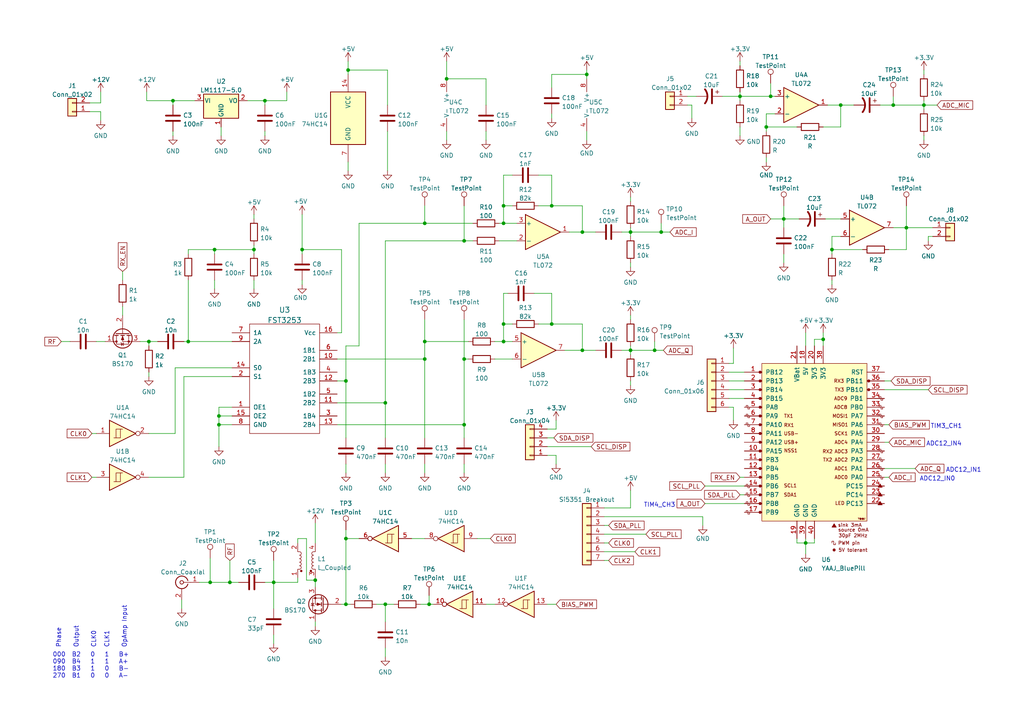
<source format=kicad_sch>
(kicad_sch (version 20211123) (generator eeschema)

  (uuid cfa9cd05-9603-46d5-b474-29a2d6124038)

  (paper "A4")

  

  (junction (at 62.23 72.39) (diameter 0) (color 0 0 0 0)
    (uuid 118788c2-d181-41ac-9cbd-c512dc3adb82)
  )
  (junction (at 60.96 168.91) (diameter 0) (color 0 0 0 0)
    (uuid 13085af3-7bd8-43b8-beef-92f1e8e982fc)
  )
  (junction (at 146.05 59.69) (diameter 0) (color 0 0 0 0)
    (uuid 13428218-0a65-44b6-b08d-cf0730c0cd0f)
  )
  (junction (at 160.02 59.69) (diameter 0) (color 0 0 0 0)
    (uuid 1901717c-1f5f-43dd-9370-d13f3aecf5bf)
  )
  (junction (at 267.97 30.48) (diameter 0) (color 0 0 0 0)
    (uuid 1a425413-4e3e-47dd-9a8f-197ab21a34f3)
  )
  (junction (at 100.965 20.32) (diameter 0) (color 0 0 0 0)
    (uuid 1f9a252b-d0e3-40a1-af05-36b545ec1908)
  )
  (junction (at 191.77 67.31) (diameter 0) (color 0 0 0 0)
    (uuid 263fcb62-8271-4cf6-8235-47231e0fcee9)
  )
  (junction (at 222.25 36.83) (diameter 0) (color 0 0 0 0)
    (uuid 2a00cc16-ff7e-4612-b94d-bb5628c69ca6)
  )
  (junction (at 168.91 67.31) (diameter 0) (color 0 0 0 0)
    (uuid 2a497385-098e-431d-a873-fcdc53acdcb7)
  )
  (junction (at 134.62 123.19) (diameter 0) (color 0 0 0 0)
    (uuid 2ac8fadc-60b4-4ef8-b7a6-ce2781e43973)
  )
  (junction (at 87.63 72.39) (diameter 0) (color 0 0 0 0)
    (uuid 2bf6097c-a364-4879-86f9-95ddd6eba2c4)
  )
  (junction (at 146.05 64.77) (diameter 0) (color 0 0 0 0)
    (uuid 30542b3e-e00f-4a3b-a705-9428f2abc665)
  )
  (junction (at 123.19 99.06) (diameter 0) (color 0 0 0 0)
    (uuid 37aae2cf-b7f4-4041-98c0-702bfb857630)
  )
  (junction (at 63.5 123.19) (diameter 0) (color 0 0 0 0)
    (uuid 389cff47-8a4c-4249-9798-55d927218d8c)
  )
  (junction (at 168.91 101.6) (diameter 0) (color 0 0 0 0)
    (uuid 39b47703-34bb-4961-a661-db8b1c6aff0e)
  )
  (junction (at 66.675 168.91) (diameter 0) (color 0 0 0 0)
    (uuid 3a8ce603-f234-4947-83d1-a5d511a0dbc3)
  )
  (junction (at 111.76 116.84) (diameter 0) (color 0 0 0 0)
    (uuid 409327bb-c6e7-4669-9720-f0f427e24ef4)
  )
  (junction (at 100.33 110.49) (diameter 0) (color 0 0 0 0)
    (uuid 4cfd7f71-31de-4d3c-88df-90d4e490fecc)
  )
  (junction (at 63.5 120.65) (diameter 0) (color 0 0 0 0)
    (uuid 4ec42e36-9928-43bb-b9e4-a857fe7d18dc)
  )
  (junction (at 76.835 29.21) (diameter 0) (color 0 0 0 0)
    (uuid 56c260b7-4d73-4292-88c5-900ead39bef7)
  )
  (junction (at 123.19 104.14) (diameter 0) (color 0 0 0 0)
    (uuid 5c201862-909f-49c3-9325-fd14eb6c446c)
  )
  (junction (at 123.19 64.77) (diameter 0) (color 0 0 0 0)
    (uuid 65a44171-499e-4571-941d-c6d5b1bf7d5a)
  )
  (junction (at 100.33 175.26) (diameter 0) (color 0 0 0 0)
    (uuid 670db3e9-6800-411e-9ec6-dbcc7f09948d)
  )
  (junction (at 182.88 67.31) (diameter 0) (color 0 0 0 0)
    (uuid 678ecd2c-3e98-47a3-8372-99c3c5ceb4ae)
  )
  (junction (at 134.62 104.14) (diameter 0) (color 0 0 0 0)
    (uuid 67bf39c9-17f2-4d19-be2f-dc791d353bbe)
  )
  (junction (at 189.865 101.6) (diameter 0) (color 0 0 0 0)
    (uuid 6bcc74c3-3a15-4ad9-a4fd-8cd8673f626a)
  )
  (junction (at 54.61 99.06) (diameter 0) (color 0 0 0 0)
    (uuid 7855d124-27ac-4435-b2ed-b83e63f20315)
  )
  (junction (at 134.62 69.85) (diameter 0) (color 0 0 0 0)
    (uuid 7a64ab9e-0885-4114-a842-8298d4c2c841)
  )
  (junction (at 262.89 66.04) (diameter 0) (color 0 0 0 0)
    (uuid 7b3d6c36-fdf2-4a1b-a49f-12ea2b707d37)
  )
  (junction (at 238.76 98.425) (diameter 0) (color 0 0 0 0)
    (uuid 7e1453ea-6f76-43a2-b97e-fed134a59d56)
  )
  (junction (at 227.33 63.5) (diameter 0) (color 0 0 0 0)
    (uuid 812c6207-9612-4c2e-9634-682e4c865c9a)
  )
  (junction (at 43.18 99.06) (diameter 0) (color 0 0 0 0)
    (uuid 887c00ae-f00c-43df-b157-8d5155c0602c)
  )
  (junction (at 223.52 27.94) (diameter 0) (color 0 0 0 0)
    (uuid 8a97eb42-2dba-4407-a7de-3843e0ac4751)
  )
  (junction (at 100.33 156.21) (diameter 0) (color 0 0 0 0)
    (uuid 911ac92f-dc8f-473f-a819-6ec44a97da57)
  )
  (junction (at 259.08 30.48) (diameter 0) (color 0 0 0 0)
    (uuid 912ffd03-dc69-4763-b145-567882d2ddb6)
  )
  (junction (at 233.68 157.48) (diameter 0) (color 0 0 0 0)
    (uuid a092338a-8058-41e0-afe9-756ea88020bf)
  )
  (junction (at 129.54 22.86) (diameter 0) (color 0 0 0 0)
    (uuid a3537a34-bbf6-46a9-94ba-d3ed1793992f)
  )
  (junction (at 241.3 72.39) (diameter 0) (color 0 0 0 0)
    (uuid a4a37850-ef95-4439-8b65-c0c50d0d72df)
  )
  (junction (at 91.44 168.275) (diameter 0) (color 0 0 0 0)
    (uuid aef0e9cf-d6eb-48d5-9738-ba3a43b460c0)
  )
  (junction (at 214.63 27.94) (diameter 0) (color 0 0 0 0)
    (uuid af255be1-efc7-4fc1-92f5-1c36f1ce7842)
  )
  (junction (at 243.84 30.48) (diameter 0) (color 0 0 0 0)
    (uuid b4a54540-7c4b-4187-bb22-1dbcb05f60fa)
  )
  (junction (at 146.05 99.06) (diameter 0) (color 0 0 0 0)
    (uuid b817eaae-cb4e-4da1-8351-6bd31446a928)
  )
  (junction (at 170.18 21.59) (diameter 0) (color 0 0 0 0)
    (uuid b9459263-bd7b-449e-9e49-70e9937d6f20)
  )
  (junction (at 146.05 93.98) (diameter 0) (color 0 0 0 0)
    (uuid bbac73ef-b4f1-4a7f-97f2-f942f5c00496)
  )
  (junction (at 79.375 168.91) (diameter 0) (color 0 0 0 0)
    (uuid cb9fda80-d696-4d63-9a03-ac7e280fc27a)
  )
  (junction (at 182.88 101.6) (diameter 0) (color 0 0 0 0)
    (uuid cf496ca2-03e4-4340-a5bc-b3e150b90320)
  )
  (junction (at 73.66 72.39) (diameter 0) (color 0 0 0 0)
    (uuid da013340-3c24-403d-8836-9f9c162ccf4f)
  )
  (junction (at 124.46 175.26) (diameter 0) (color 0 0 0 0)
    (uuid ea05b4d5-8886-488a-b60b-64651f6dd582)
  )
  (junction (at 50.165 29.21) (diameter 0) (color 0 0 0 0)
    (uuid ef5f9ace-3b99-4abe-ad15-9c7f02655b0d)
  )
  (junction (at 160.02 93.98) (diameter 0) (color 0 0 0 0)
    (uuid f68ca172-40f3-4104-9be2-9cf1abf634eb)
  )
  (junction (at 111.76 175.26) (diameter 0) (color 0 0 0 0)
    (uuid f753612d-5bfd-44a5-996d-f299114abb27)
  )

  (wire (pts (xy 233.68 156.21) (xy 233.68 157.48))
    (stroke (width 0) (type default) (color 0 0 0 0))
    (uuid 00883efb-1f28-4126-8694-6aa4262a575e)
  )
  (wire (pts (xy 231.14 157.48) (xy 233.68 157.48))
    (stroke (width 0) (type default) (color 0 0 0 0))
    (uuid 02642004-ad77-45f3-aa96-e973ffb27d51)
  )
  (wire (pts (xy 160.02 93.98) (xy 168.91 93.98))
    (stroke (width 0) (type default) (color 0 0 0 0))
    (uuid 030d3073-06c6-4697-8a0d-d89674643663)
  )
  (wire (pts (xy 256.54 128.27) (xy 257.81 128.27))
    (stroke (width 0) (type default) (color 0 0 0 0))
    (uuid 031e8a53-b150-47f0-a273-0fae3f703cb1)
  )
  (wire (pts (xy 170.18 21.59) (xy 170.18 22.86))
    (stroke (width 0) (type default) (color 0 0 0 0))
    (uuid 034d6760-2f2a-427b-8a3b-388d87aaa248)
  )
  (wire (pts (xy 182.88 110.49) (xy 182.88 111.76))
    (stroke (width 0) (type default) (color 0 0 0 0))
    (uuid 03b4b33c-50e4-464c-a171-dc20d1ba4d6d)
  )
  (wire (pts (xy 189.865 99.06) (xy 189.865 101.6))
    (stroke (width 0) (type default) (color 0 0 0 0))
    (uuid 061afcba-1633-4069-91dd-43d63001e1e2)
  )
  (wire (pts (xy 100.965 20.32) (xy 100.965 21.59))
    (stroke (width 0) (type default) (color 0 0 0 0))
    (uuid 0785a29b-d758-42f8-85eb-1dea6067bbee)
  )
  (wire (pts (xy 63.5 123.19) (xy 67.31 123.19))
    (stroke (width 0) (type default) (color 0 0 0 0))
    (uuid 080a3865-8d49-4d4b-8300-65bfd1b135d7)
  )
  (wire (pts (xy 175.26 152.4) (xy 176.53 152.4))
    (stroke (width 0) (type default) (color 0 0 0 0))
    (uuid 081d5f3d-bc54-45a4-a4ea-ab138c3846ec)
  )
  (wire (pts (xy 168.91 67.31) (xy 172.72 67.31))
    (stroke (width 0) (type default) (color 0 0 0 0))
    (uuid 0920a59f-fa4e-42af-856f-660052e02eee)
  )
  (wire (pts (xy 123.19 104.14) (xy 123.19 127))
    (stroke (width 0) (type default) (color 0 0 0 0))
    (uuid 0be498c7-4ccb-442c-beaf-903eb8701bb6)
  )
  (wire (pts (xy 262.89 59.69) (xy 262.89 66.04))
    (stroke (width 0) (type default) (color 0 0 0 0))
    (uuid 0c208e67-3234-4916-adc8-b44edbf31aa7)
  )
  (wire (pts (xy 175.26 162.56) (xy 176.53 162.56))
    (stroke (width 0) (type default) (color 0 0 0 0))
    (uuid 0c8811b8-1d60-4160-84d8-6724c15fb851)
  )
  (wire (pts (xy 104.14 100.33) (xy 104.14 64.77))
    (stroke (width 0) (type default) (color 0 0 0 0))
    (uuid 0c90225f-edf0-4fce-abd3-1711b58321c4)
  )
  (wire (pts (xy 168.91 59.69) (xy 168.91 67.31))
    (stroke (width 0) (type default) (color 0 0 0 0))
    (uuid 0d090514-7f7e-4315-ba8c-a77cb257e8fa)
  )
  (wire (pts (xy 62.23 72.39) (xy 54.61 72.39))
    (stroke (width 0) (type default) (color 0 0 0 0))
    (uuid 0e496933-414b-421f-bc01-639ea1e13f67)
  )
  (wire (pts (xy 243.84 36.83) (xy 243.84 30.48))
    (stroke (width 0) (type default) (color 0 0 0 0))
    (uuid 111de3b4-b4e0-4edf-810b-546f00273dcb)
  )
  (wire (pts (xy 143.51 99.06) (xy 146.05 99.06))
    (stroke (width 0) (type default) (color 0 0 0 0))
    (uuid 1315a29d-ba3f-4aad-ad43-c327a3983a80)
  )
  (wire (pts (xy 160.02 50.8) (xy 160.02 59.69))
    (stroke (width 0) (type default) (color 0 0 0 0))
    (uuid 1332def0-2afb-4804-8362-0cf130152449)
  )
  (wire (pts (xy 241.3 68.58) (xy 243.84 68.58))
    (stroke (width 0) (type default) (color 0 0 0 0))
    (uuid 1388d00f-7ea6-41c8-9488-b83abfb3c346)
  )
  (wire (pts (xy 267.97 20.32) (xy 267.97 21.59))
    (stroke (width 0) (type default) (color 0 0 0 0))
    (uuid 14ae7189-5bac-4a1d-8a55-5036fcbe6284)
  )
  (wire (pts (xy 158.75 127) (xy 160.655 127))
    (stroke (width 0) (type default) (color 0 0 0 0))
    (uuid 152ae621-91d6-4ccb-9224-8d9a125f1b39)
  )
  (wire (pts (xy 87.63 81.28) (xy 87.63 82.55))
    (stroke (width 0) (type default) (color 0 0 0 0))
    (uuid 1564454a-82be-43c2-a2e9-e03e291a1c1d)
  )
  (wire (pts (xy 111.76 175.26) (xy 114.3 175.26))
    (stroke (width 0) (type default) (color 0 0 0 0))
    (uuid 198732bd-6351-468a-b085-e27e1ff28ceb)
  )
  (wire (pts (xy 269.24 68.58) (xy 270.51 68.58))
    (stroke (width 0) (type default) (color 0 0 0 0))
    (uuid 19eda56c-3fdf-426f-9e5d-00eac448b8f4)
  )
  (wire (pts (xy 26.67 138.43) (xy 27.94 138.43))
    (stroke (width 0) (type default) (color 0 0 0 0))
    (uuid 1a23bc91-02c7-4670-adfb-445ac4d3831a)
  )
  (wire (pts (xy 182.88 67.31) (xy 182.88 68.58))
    (stroke (width 0) (type default) (color 0 0 0 0))
    (uuid 1a860ecd-6133-4578-b98b-5078a51b899d)
  )
  (wire (pts (xy 129.54 17.78) (xy 129.54 22.86))
    (stroke (width 0) (type default) (color 0 0 0 0))
    (uuid 1aba2b23-cd71-4dbb-9ef1-2efa93d11392)
  )
  (wire (pts (xy 146.05 64.77) (xy 149.86 64.77))
    (stroke (width 0) (type default) (color 0 0 0 0))
    (uuid 1af82a59-023b-4f29-a924-2e8805e4948a)
  )
  (wire (pts (xy 91.44 168.275) (xy 91.44 170.18))
    (stroke (width 0) (type default) (color 0 0 0 0))
    (uuid 1b19fc82-5eba-4063-822f-6ad441a3ff7e)
  )
  (wire (pts (xy 43.18 99.06) (xy 45.72 99.06))
    (stroke (width 0) (type default) (color 0 0 0 0))
    (uuid 1bd587cf-e458-4600-be8f-44f16734b75b)
  )
  (wire (pts (xy 63.5 123.19) (xy 63.5 129.54))
    (stroke (width 0) (type default) (color 0 0 0 0))
    (uuid 1c6caab3-34fc-4c77-8b73-15f9258c301b)
  )
  (wire (pts (xy 76.835 38.1) (xy 76.835 39.37))
    (stroke (width 0) (type default) (color 0 0 0 0))
    (uuid 1d0e3a1b-2be7-4e15-a2ed-ccd34314efef)
  )
  (wire (pts (xy 158.75 132.08) (xy 161.29 132.08))
    (stroke (width 0) (type default) (color 0 0 0 0))
    (uuid 1df113eb-9e7e-41cd-b905-5c38b47ae42b)
  )
  (wire (pts (xy 175.26 154.94) (xy 187.325 154.94))
    (stroke (width 0) (type default) (color 0 0 0 0))
    (uuid 1f817b63-9a8c-4654-80a1-e27eacdec1e7)
  )
  (wire (pts (xy 191.77 67.31) (xy 194.31 67.31))
    (stroke (width 0) (type default) (color 0 0 0 0))
    (uuid 2196e22c-6af2-4f8b-80cd-01a3001bee82)
  )
  (wire (pts (xy 211.455 118.11) (xy 212.725 118.11))
    (stroke (width 0) (type default) (color 0 0 0 0))
    (uuid 22957b5a-c95e-4b11-9b31-467b1827f7d3)
  )
  (wire (pts (xy 100.33 110.49) (xy 100.33 127))
    (stroke (width 0) (type default) (color 0 0 0 0))
    (uuid 22b3a380-3fcd-4e63-8616-8b6155103a01)
  )
  (wire (pts (xy 137.16 69.85) (xy 134.62 69.85))
    (stroke (width 0) (type default) (color 0 0 0 0))
    (uuid 22c0f2e4-2a60-4f98-a0e8-0cad5fa85ce1)
  )
  (wire (pts (xy 257.81 123.19) (xy 256.54 123.19))
    (stroke (width 0) (type default) (color 0 0 0 0))
    (uuid 232d142e-3436-45d2-93af-f4b1747c9b20)
  )
  (wire (pts (xy 140.97 38.1) (xy 140.97 40.64))
    (stroke (width 0) (type default) (color 0 0 0 0))
    (uuid 23baacfe-15cd-4201-9618-c1c2030f5bdd)
  )
  (wire (pts (xy 227.33 66.04) (xy 227.33 63.5))
    (stroke (width 0) (type default) (color 0 0 0 0))
    (uuid 24118d5c-3154-4d1a-943d-404403269584)
  )
  (wire (pts (xy 214.63 36.83) (xy 214.63 39.37))
    (stroke (width 0) (type default) (color 0 0 0 0))
    (uuid 24532b75-da97-4577-989c-b5f21ce3b6eb)
  )
  (wire (pts (xy 99.06 72.39) (xy 87.63 72.39))
    (stroke (width 0) (type default) (color 0 0 0 0))
    (uuid 2658638a-631a-4603-b4bb-a07a7eead328)
  )
  (wire (pts (xy 143.51 104.14) (xy 148.59 104.14))
    (stroke (width 0) (type default) (color 0 0 0 0))
    (uuid 26aefdf7-a375-4ec6-8f9e-0d921b08475e)
  )
  (wire (pts (xy 238.76 96.52) (xy 238.76 98.425))
    (stroke (width 0) (type default) (color 0 0 0 0))
    (uuid 27771ad2-468c-4146-8e60-bdf49e77a5f1)
  )
  (wire (pts (xy 269.24 113.03) (xy 256.54 113.03))
    (stroke (width 0) (type default) (color 0 0 0 0))
    (uuid 27a0f816-9c3e-434b-8e07-04f87ddcffe0)
  )
  (wire (pts (xy 91.44 167.64) (xy 91.44 168.275))
    (stroke (width 0) (type default) (color 0 0 0 0))
    (uuid 27afb6b1-a979-4106-8a0e-3093c33c91cd)
  )
  (wire (pts (xy 112.395 20.32) (xy 112.395 30.48))
    (stroke (width 0) (type default) (color 0 0 0 0))
    (uuid 2a4058f9-10d3-456f-abbe-c1e261822a2f)
  )
  (wire (pts (xy 175.26 149.86) (xy 203.835 149.86))
    (stroke (width 0) (type default) (color 0 0 0 0))
    (uuid 2a99848c-d5de-4d4a-bc86-d7f2f3fcb70d)
  )
  (wire (pts (xy 63.5 118.11) (xy 63.5 120.65))
    (stroke (width 0) (type default) (color 0 0 0 0))
    (uuid 2cc2e233-4306-48be-b0c4-6ddb248cc31e)
  )
  (wire (pts (xy 239.395 63.5) (xy 243.84 63.5))
    (stroke (width 0) (type default) (color 0 0 0 0))
    (uuid 2d356308-aeaf-4f93-b73d-3abce19b3946)
  )
  (wire (pts (xy 241.3 73.66) (xy 241.3 72.39))
    (stroke (width 0) (type default) (color 0 0 0 0))
    (uuid 2dccf0e2-3941-40bd-b5c7-5eb69532c043)
  )
  (wire (pts (xy 200.66 30.48) (xy 200.66 34.29))
    (stroke (width 0) (type default) (color 0 0 0 0))
    (uuid 2e075f01-bc79-4b6b-b861-f295984720ec)
  )
  (wire (pts (xy 262.89 66.04) (xy 270.51 66.04))
    (stroke (width 0) (type default) (color 0 0 0 0))
    (uuid 3147d321-eaae-4b1b-a937-493c272ee75d)
  )
  (wire (pts (xy 241.3 72.39) (xy 241.3 68.58))
    (stroke (width 0) (type default) (color 0 0 0 0))
    (uuid 329256cf-77d3-449d-8e34-032c8402af2d)
  )
  (wire (pts (xy 236.22 157.48) (xy 236.22 156.21))
    (stroke (width 0) (type default) (color 0 0 0 0))
    (uuid 33d45c02-7e6c-474e-960d-0b0b839e654a)
  )
  (wire (pts (xy 211.455 105.41) (xy 212.725 105.41))
    (stroke (width 0) (type default) (color 0 0 0 0))
    (uuid 35d08951-e8ac-4640-973c-db3ffa583923)
  )
  (wire (pts (xy 170.18 21.59) (xy 160.02 21.59))
    (stroke (width 0) (type default) (color 0 0 0 0))
    (uuid 36059a97-5c8d-4c56-8b92-f3604f10c69e)
  )
  (wire (pts (xy 199.39 30.48) (xy 200.66 30.48))
    (stroke (width 0) (type default) (color 0 0 0 0))
    (uuid 365c81b2-4e46-4c3a-9ef6-48f32b2ac524)
  )
  (wire (pts (xy 182.88 66.04) (xy 182.88 67.31))
    (stroke (width 0) (type default) (color 0 0 0 0))
    (uuid 37265181-b1e1-4d9e-9c3f-8c88143927e0)
  )
  (wire (pts (xy 233.68 157.48) (xy 236.22 157.48))
    (stroke (width 0) (type default) (color 0 0 0 0))
    (uuid 38c49fe9-688e-4c07-818d-1711b33af5ad)
  )
  (wire (pts (xy 257.81 72.39) (xy 262.89 72.39))
    (stroke (width 0) (type default) (color 0 0 0 0))
    (uuid 3acf52d6-5099-46c4-99b9-28e5f3ee620a)
  )
  (wire (pts (xy 100.33 175.26) (xy 100.33 156.21))
    (stroke (width 0) (type default) (color 0 0 0 0))
    (uuid 3b699dc5-e15d-4ea1-9daa-6ff243fd9249)
  )
  (wire (pts (xy 156.21 50.8) (xy 160.02 50.8))
    (stroke (width 0) (type default) (color 0 0 0 0))
    (uuid 3bb798dd-ebec-4b98-95a8-9f929e29e646)
  )
  (wire (pts (xy 87.63 62.23) (xy 87.63 72.39))
    (stroke (width 0) (type default) (color 0 0 0 0))
    (uuid 3bc6825c-d3da-4713-8b5c-b9003944cd69)
  )
  (wire (pts (xy 100.33 110.49) (xy 100.33 100.33))
    (stroke (width 0) (type default) (color 0 0 0 0))
    (uuid 3c10cfb1-7f13-4fa3-b032-35d9a324ab39)
  )
  (wire (pts (xy 111.76 175.26) (xy 111.76 180.34))
    (stroke (width 0) (type default) (color 0 0 0 0))
    (uuid 3c73e90e-5e55-4c04-809a-a9831737461c)
  )
  (wire (pts (xy 27.94 99.06) (xy 30.48 99.06))
    (stroke (width 0) (type default) (color 0 0 0 0))
    (uuid 3e3644b2-8b88-4f29-82ab-532b3b280a0e)
  )
  (wire (pts (xy 134.62 59.69) (xy 134.62 69.85))
    (stroke (width 0) (type default) (color 0 0 0 0))
    (uuid 3e719cfe-0485-4421-a326-0892954f24e1)
  )
  (wire (pts (xy 227.33 59.69) (xy 227.33 63.5))
    (stroke (width 0) (type default) (color 0 0 0 0))
    (uuid 3f54401f-6ccd-43e9-8f62-64d3df4493c7)
  )
  (wire (pts (xy 146.05 93.98) (xy 146.05 85.09))
    (stroke (width 0) (type default) (color 0 0 0 0))
    (uuid 3fc3f042-ca5b-40bb-92d5-3e9bc18897d6)
  )
  (wire (pts (xy 29.21 32.385) (xy 29.21 34.925))
    (stroke (width 0) (type default) (color 0 0 0 0))
    (uuid 3fd18252-69cd-4f8f-963e-e39063f42481)
  )
  (wire (pts (xy 146.05 99.06) (xy 146.05 93.98))
    (stroke (width 0) (type default) (color 0 0 0 0))
    (uuid 42aa27a3-7176-448f-bab8-7e8da54316fb)
  )
  (wire (pts (xy 214.63 27.94) (xy 214.63 29.21))
    (stroke (width 0) (type default) (color 0 0 0 0))
    (uuid 471bc546-f77f-404d-a459-2865468640e1)
  )
  (wire (pts (xy 123.19 92.71) (xy 123.19 99.06))
    (stroke (width 0) (type default) (color 0 0 0 0))
    (uuid 480113c8-df1d-419c-b768-1c3e86642f6a)
  )
  (wire (pts (xy 123.19 64.77) (xy 137.16 64.77))
    (stroke (width 0) (type default) (color 0 0 0 0))
    (uuid 494e33d7-1484-45fd-b437-e235ffed881a)
  )
  (wire (pts (xy 62.23 72.39) (xy 62.23 73.66))
    (stroke (width 0) (type default) (color 0 0 0 0))
    (uuid 498ce1e8-3943-4853-9d8c-2d5f8b020b76)
  )
  (wire (pts (xy 63.5 120.65) (xy 67.31 120.65))
    (stroke (width 0) (type default) (color 0 0 0 0))
    (uuid 4be32149-8a08-44e3-a420-362a5fb9044f)
  )
  (wire (pts (xy 111.76 69.85) (xy 134.62 69.85))
    (stroke (width 0) (type default) (color 0 0 0 0))
    (uuid 4c7d33ae-960e-4391-9051-8f1d3b6ecfe5)
  )
  (wire (pts (xy 168.91 101.6) (xy 168.91 93.98))
    (stroke (width 0) (type default) (color 0 0 0 0))
    (uuid 4d671920-902d-4722-bfeb-1daebcab921d)
  )
  (wire (pts (xy 231.14 156.21) (xy 231.14 157.48))
    (stroke (width 0) (type default) (color 0 0 0 0))
    (uuid 5079de0c-abd9-49f1-82eb-274061ca849a)
  )
  (wire (pts (xy 119.38 156.21) (xy 123.19 156.21))
    (stroke (width 0) (type default) (color 0 0 0 0))
    (uuid 507b9ba0-9d00-4724-a470-9c8a3aee35e8)
  )
  (wire (pts (xy 267.97 39.37) (xy 267.97 40.64))
    (stroke (width 0) (type default) (color 0 0 0 0))
    (uuid 54419245-aec2-4246-987f-d6fa8fcff994)
  )
  (wire (pts (xy 214.63 138.43) (xy 215.9 138.43))
    (stroke (width 0) (type default) (color 0 0 0 0))
    (uuid 551cbfb0-1e1d-4004-a582-b99cb636b635)
  )
  (wire (pts (xy 158.75 175.26) (xy 161.29 175.26))
    (stroke (width 0) (type default) (color 0 0 0 0))
    (uuid 56023c5b-a884-4739-a4f1-f56bccc1b687)
  )
  (wire (pts (xy 160.02 21.59) (xy 160.02 25.4))
    (stroke (width 0) (type default) (color 0 0 0 0))
    (uuid 58086011-c9dd-4c6c-b721-a3c18d79ee7a)
  )
  (wire (pts (xy 269.24 69.85) (xy 269.24 68.58))
    (stroke (width 0) (type default) (color 0 0 0 0))
    (uuid 581f669a-ca98-42b6-bc63-33d325982f41)
  )
  (wire (pts (xy 211.455 107.95) (xy 215.9 107.95))
    (stroke (width 0) (type default) (color 0 0 0 0))
    (uuid 59068bb2-39ff-4349-b36e-33b398659c42)
  )
  (wire (pts (xy 124.46 175.26) (xy 125.73 175.26))
    (stroke (width 0) (type default) (color 0 0 0 0))
    (uuid 5a5a2fd3-2b09-4a04-be8e-aefb0bd5932c)
  )
  (wire (pts (xy 86.36 167.64) (xy 86.36 168.91))
    (stroke (width 0) (type default) (color 0 0 0 0))
    (uuid 5b2e9ca3-0a74-4703-bf31-5d413ab0538f)
  )
  (wire (pts (xy 88.9 168.275) (xy 88.9 156.21))
    (stroke (width 0) (type default) (color 0 0 0 0))
    (uuid 5b40cb15-ee96-486c-b531-842d2aa53199)
  )
  (wire (pts (xy 144.78 69.85) (xy 149.86 69.85))
    (stroke (width 0) (type default) (color 0 0 0 0))
    (uuid 5b88e83b-dc2c-4b8a-84d9-64f49cdc2190)
  )
  (wire (pts (xy 123.19 99.06) (xy 135.89 99.06))
    (stroke (width 0) (type default) (color 0 0 0 0))
    (uuid 5c6e7cbb-3b61-4da8-bccc-5641c7bbcf58)
  )
  (wire (pts (xy 138.43 156.21) (xy 142.24 156.21))
    (stroke (width 0) (type default) (color 0 0 0 0))
    (uuid 5dc036d4-f7d9-41f7-99a5-5624aeb207d7)
  )
  (wire (pts (xy 204.47 140.97) (xy 215.9 140.97))
    (stroke (width 0) (type default) (color 0 0 0 0))
    (uuid 5e52a5db-5e7a-4a68-b32e-c190fc989e7a)
  )
  (wire (pts (xy 175.26 160.02) (xy 184.15 160.02))
    (stroke (width 0) (type default) (color 0 0 0 0))
    (uuid 5ede96bd-4e2c-4319-a2f7-e1e8ffb0556c)
  )
  (wire (pts (xy 211.455 113.03) (xy 215.9 113.03))
    (stroke (width 0) (type default) (color 0 0 0 0))
    (uuid 5eec1020-25f5-4919-91ba-2dcc1212fc0e)
  )
  (wire (pts (xy 170.18 38.1) (xy 170.18 40.64))
    (stroke (width 0) (type default) (color 0 0 0 0))
    (uuid 5fa26e31-5010-4528-87c7-047a887ada1c)
  )
  (wire (pts (xy 161.29 121.92) (xy 161.29 124.46))
    (stroke (width 0) (type default) (color 0 0 0 0))
    (uuid 602f60be-4e0b-464c-a51e-723d94cbc3f2)
  )
  (wire (pts (xy 53.34 109.22) (xy 67.31 109.22))
    (stroke (width 0) (type default) (color 0 0 0 0))
    (uuid 6075b087-5cbf-4c6d-82bb-6e04e619fe4e)
  )
  (wire (pts (xy 91.44 151.765) (xy 91.44 157.48))
    (stroke (width 0) (type default) (color 0 0 0 0))
    (uuid 60a00c03-5a23-44e1-a481-a8c5e905cf52)
  )
  (wire (pts (xy 88.9 156.21) (xy 86.36 156.21))
    (stroke (width 0) (type default) (color 0 0 0 0))
    (uuid 60d376e8-ceab-40b8-9b75-630be4ad4c25)
  )
  (wire (pts (xy 100.33 100.33) (xy 104.14 100.33))
    (stroke (width 0) (type default) (color 0 0 0 0))
    (uuid 61b8aeb3-a6c2-4b71-a725-03f30d0717ca)
  )
  (wire (pts (xy 50.8 125.73) (xy 50.8 106.68))
    (stroke (width 0) (type default) (color 0 0 0 0))
    (uuid 62a3281d-5f63-4182-b7be-844c9941cff4)
  )
  (wire (pts (xy 134.62 123.19) (xy 134.62 127))
    (stroke (width 0) (type default) (color 0 0 0 0))
    (uuid 63386d13-b566-4456-ad2b-2ea886e46e6b)
  )
  (wire (pts (xy 52.705 173.99) (xy 52.705 176.53))
    (stroke (width 0) (type default) (color 0 0 0 0))
    (uuid 641054c4-eb18-4b48-b702-e8140e986622)
  )
  (wire (pts (xy 50.165 29.21) (xy 50.165 30.48))
    (stroke (width 0) (type default) (color 0 0 0 0))
    (uuid 66379e2d-0b51-4081-99b4-c340ee87d821)
  )
  (wire (pts (xy 97.79 96.52) (xy 99.06 96.52))
    (stroke (width 0) (type default) (color 0 0 0 0))
    (uuid 673c5da1-7e9c-477a-925d-2332d9226bd7)
  )
  (wire (pts (xy 182.88 142.24) (xy 182.88 147.32))
    (stroke (width 0) (type default) (color 0 0 0 0))
    (uuid 6771fcf3-c962-4b8e-8481-8ef42b3a078a)
  )
  (wire (pts (xy 53.34 138.43) (xy 43.18 138.43))
    (stroke (width 0) (type default) (color 0 0 0 0))
    (uuid 69be128b-bcba-405b-a019-280e344ed222)
  )
  (wire (pts (xy 227.33 73.66) (xy 227.33 76.2))
    (stroke (width 0) (type default) (color 0 0 0 0))
    (uuid 6ab8a896-0ded-4e22-a6c6-41a433df98bb)
  )
  (wire (pts (xy 140.97 175.26) (xy 143.51 175.26))
    (stroke (width 0) (type default) (color 0 0 0 0))
    (uuid 6afa735e-e6b2-4795-8173-da1292be36d7)
  )
  (wire (pts (xy 86.36 168.91) (xy 79.375 168.91))
    (stroke (width 0) (type default) (color 0 0 0 0))
    (uuid 6b53fda5-d070-4a02-aad5-e9342e42f58f)
  )
  (wire (pts (xy 111.76 134.62) (xy 111.76 137.16))
    (stroke (width 0) (type default) (color 0 0 0 0))
    (uuid 6bea2805-04f9-4398-b42b-3d86704b2762)
  )
  (wire (pts (xy 54.61 81.28) (xy 54.61 99.06))
    (stroke (width 0) (type default) (color 0 0 0 0))
    (uuid 6bf87724-5152-4e74-b3bb-d4ecba1eb536)
  )
  (wire (pts (xy 66.675 168.91) (xy 69.215 168.91))
    (stroke (width 0) (type default) (color 0 0 0 0))
    (uuid 6c21e4db-18d0-48b4-a082-7d3b40300379)
  )
  (wire (pts (xy 259.08 27.94) (xy 259.08 30.48))
    (stroke (width 0) (type default) (color 0 0 0 0))
    (uuid 6cef4895-fb98-4532-aa9a-f334b140cb36)
  )
  (wire (pts (xy 71.755 29.21) (xy 76.835 29.21))
    (stroke (width 0) (type default) (color 0 0 0 0))
    (uuid 6d260756-031d-43b6-9c8b-41c36f839e01)
  )
  (wire (pts (xy 223.52 63.5) (xy 227.33 63.5))
    (stroke (width 0) (type default) (color 0 0 0 0))
    (uuid 6e0686f5-021c-4177-980c-a78a6dbd8e17)
  )
  (wire (pts (xy 111.76 187.96) (xy 111.76 190.5))
    (stroke (width 0) (type default) (color 0 0 0 0))
    (uuid 72cb77f0-b00f-4a09-979e-49d156b50ab0)
  )
  (wire (pts (xy 97.79 116.84) (xy 111.76 116.84))
    (stroke (width 0) (type default) (color 0 0 0 0))
    (uuid 72ee57b5-729b-4a3a-8448-363ab643f065)
  )
  (wire (pts (xy 182.88 101.6) (xy 189.865 101.6))
    (stroke (width 0) (type default) (color 0 0 0 0))
    (uuid 7453cafb-5ee6-4b99-84ff-da0b5508e70d)
  )
  (wire (pts (xy 86.36 156.21) (xy 86.36 157.48))
    (stroke (width 0) (type default) (color 0 0 0 0))
    (uuid 76a25e49-56a5-413a-a1aa-14e938805c5d)
  )
  (wire (pts (xy 50.165 29.21) (xy 56.515 29.21))
    (stroke (width 0) (type default) (color 0 0 0 0))
    (uuid 780c2ea4-5f4d-4b33-aa88-12cbc877845b)
  )
  (wire (pts (xy 222.25 38.1) (xy 222.25 36.83))
    (stroke (width 0) (type default) (color 0 0 0 0))
    (uuid 7814ba36-8511-44f2-9684-71bb36db84c1)
  )
  (wire (pts (xy 182.88 67.31) (xy 191.77 67.31))
    (stroke (width 0) (type default) (color 0 0 0 0))
    (uuid 7b581787-3059-44be-8c1b-ae838c154f65)
  )
  (wire (pts (xy 66.675 162.56) (xy 66.675 168.91))
    (stroke (width 0) (type default) (color 0 0 0 0))
    (uuid 7b98a2bf-ac8a-415f-b228-b3f4e4c3cc51)
  )
  (wire (pts (xy 262.89 72.39) (xy 262.89 66.04))
    (stroke (width 0) (type default) (color 0 0 0 0))
    (uuid 7c9a06f3-0176-402e-ac02-27f761108439)
  )
  (wire (pts (xy 134.62 134.62) (xy 134.62 137.16))
    (stroke (width 0) (type default) (color 0 0 0 0))
    (uuid 7de1515b-c591-443e-aa98-802597058555)
  )
  (wire (pts (xy 158.75 124.46) (xy 161.29 124.46))
    (stroke (width 0) (type default) (color 0 0 0 0))
    (uuid 805b47dd-7f8d-4c6c-950b-54737a79118e)
  )
  (wire (pts (xy 189.865 101.6) (xy 192.405 101.6))
    (stroke (width 0) (type default) (color 0 0 0 0))
    (uuid 80c7369d-6c1b-41bd-a7f0-37faa41d1f2c)
  )
  (wire (pts (xy 134.62 92.71) (xy 134.62 104.14))
    (stroke (width 0) (type default) (color 0 0 0 0))
    (uuid 81aa464d-2152-4362-8abd-1481d15bc809)
  )
  (wire (pts (xy 112.395 20.32) (xy 100.965 20.32))
    (stroke (width 0) (type default) (color 0 0 0 0))
    (uuid 8217cb70-9017-4920-8a6f-7b6c1b2d14c2)
  )
  (wire (pts (xy 60.96 161.925) (xy 60.96 168.91))
    (stroke (width 0) (type default) (color 0 0 0 0))
    (uuid 8424a674-d6a8-4c0a-9ab1-c65184ba54cc)
  )
  (wire (pts (xy 146.05 59.69) (xy 146.05 50.8))
    (stroke (width 0) (type default) (color 0 0 0 0))
    (uuid 84fe7646-bb3d-45a9-ae96-164591bb4772)
  )
  (wire (pts (xy 50.8 106.68) (xy 67.31 106.68))
    (stroke (width 0) (type default) (color 0 0 0 0))
    (uuid 877fcef9-cca7-48b0-9efe-cbe8c3b8f647)
  )
  (wire (pts (xy 238.76 36.83) (xy 243.84 36.83))
    (stroke (width 0) (type default) (color 0 0 0 0))
    (uuid 8977446e-c252-4412-b48b-46c8cc4c6f10)
  )
  (wire (pts (xy 223.52 27.94) (xy 224.79 27.94))
    (stroke (width 0) (type default) (color 0 0 0 0))
    (uuid 8a2e71a9-c1bf-40c0-9415-bf00169308ae)
  )
  (wire (pts (xy 50.165 38.1) (xy 50.165 39.37))
    (stroke (width 0) (type default) (color 0 0 0 0))
    (uuid 8ae920cf-0ab4-4233-b7e9-fe2e167bdfb1)
  )
  (wire (pts (xy 243.84 30.48) (xy 240.03 30.48))
    (stroke (width 0) (type default) (color 0 0 0 0))
    (uuid 8b6cfccb-4ad3-464a-88f6-75b74dc8bf6d)
  )
  (wire (pts (xy 17.78 99.06) (xy 20.32 99.06))
    (stroke (width 0) (type default) (color 0 0 0 0))
    (uuid 8bb79127-90e3-4672-8b7f-38b4ca60faeb)
  )
  (wire (pts (xy 42.545 29.21) (xy 50.165 29.21))
    (stroke (width 0) (type default) (color 0 0 0 0))
    (uuid 8ca4dc3b-7333-4a80-8ec2-6f748e50076e)
  )
  (wire (pts (xy 182.88 100.33) (xy 182.88 101.6))
    (stroke (width 0) (type default) (color 0 0 0 0))
    (uuid 8cd7ca1c-cb8d-47c9-a06b-9bd8d4179fd3)
  )
  (wire (pts (xy 191.77 64.77) (xy 191.77 67.31))
    (stroke (width 0) (type default) (color 0 0 0 0))
    (uuid 8cf19575-a0a4-4ceb-bc71-630eb2853e19)
  )
  (wire (pts (xy 146.05 64.77) (xy 146.05 59.69))
    (stroke (width 0) (type default) (color 0 0 0 0))
    (uuid 8dc44ab4-ab38-4f63-88c7-77a157a44e7f)
  )
  (wire (pts (xy 134.62 104.14) (xy 135.89 104.14))
    (stroke (width 0) (type default) (color 0 0 0 0))
    (uuid 8dcca965-9308-4dbf-a031-0fe69404708d)
  )
  (wire (pts (xy 222.25 36.83) (xy 231.14 36.83))
    (stroke (width 0) (type default) (color 0 0 0 0))
    (uuid 8e31b054-6cfd-4eed-ac34-7665b1b6d98c)
  )
  (wire (pts (xy 182.88 91.44) (xy 182.88 92.71))
    (stroke (width 0) (type default) (color 0 0 0 0))
    (uuid 8f0e556e-6e65-41cc-b2c3-d10f1bc2faa8)
  )
  (wire (pts (xy 57.785 168.91) (xy 60.96 168.91))
    (stroke (width 0) (type default) (color 0 0 0 0))
    (uuid 8f1307dd-f394-4789-9724-5d4dac68dc44)
  )
  (wire (pts (xy 204.47 146.05) (xy 215.9 146.05))
    (stroke (width 0) (type default) (color 0 0 0 0))
    (uuid 8f74ecb0-2c4a-429c-9de9-ea394585d039)
  )
  (wire (pts (xy 29.21 26.67) (xy 29.21 29.845))
    (stroke (width 0) (type default) (color 0 0 0 0))
    (uuid 8fa270d7-98ba-46c4-8fc6-b23d7717eb50)
  )
  (wire (pts (xy 212.725 100.965) (xy 212.725 105.41))
    (stroke (width 0) (type default) (color 0 0 0 0))
    (uuid 90530e2a-e635-4219-9f0f-f3073314acd7)
  )
  (wire (pts (xy 258.445 110.49) (xy 256.54 110.49))
    (stroke (width 0) (type default) (color 0 0 0 0))
    (uuid 9254169a-eab4-43d9-a7f8-ca22f5c9a231)
  )
  (wire (pts (xy 267.97 29.21) (xy 267.97 30.48))
    (stroke (width 0) (type default) (color 0 0 0 0))
    (uuid 936b1333-9e73-448c-8528-db055b8b7ab5)
  )
  (wire (pts (xy 144.78 64.77) (xy 146.05 64.77))
    (stroke (width 0) (type default) (color 0 0 0 0))
    (uuid 95b48fa4-4208-40da-8975-4b60ab1b4806)
  )
  (wire (pts (xy 100.33 153.67) (xy 100.33 156.21))
    (stroke (width 0) (type default) (color 0 0 0 0))
    (uuid 96a4ff40-b855-480c-8d5e-6a728cba500c)
  )
  (wire (pts (xy 236.22 98.425) (xy 236.22 100.33))
    (stroke (width 0) (type default) (color 0 0 0 0))
    (uuid 97acfd4d-7606-47ab-92b1-ac3aef8eabf4)
  )
  (wire (pts (xy 227.33 63.5) (xy 231.775 63.5))
    (stroke (width 0) (type default) (color 0 0 0 0))
    (uuid 98f26c01-4f2d-4a30-bba6-e82d55b36c29)
  )
  (wire (pts (xy 222.25 33.02) (xy 224.79 33.02))
    (stroke (width 0) (type default) (color 0 0 0 0))
    (uuid 9a0dd28d-d61b-4bfb-8604-b67d9bd0246d)
  )
  (wire (pts (xy 160.02 59.69) (xy 168.91 59.69))
    (stroke (width 0) (type default) (color 0 0 0 0))
    (uuid 9a9d67dd-4cee-4430-9131-723a983d6fca)
  )
  (wire (pts (xy 158.75 129.54) (xy 171.45 129.54))
    (stroke (width 0) (type default) (color 0 0 0 0))
    (uuid 9be641fc-26fa-403d-a9ec-a2be4b21d810)
  )
  (wire (pts (xy 140.97 22.86) (xy 140.97 30.48))
    (stroke (width 0) (type default) (color 0 0 0 0))
    (uuid 9dd7ee15-b733-498e-88cc-66d0c63df334)
  )
  (wire (pts (xy 124.46 172.72) (xy 124.46 175.26))
    (stroke (width 0) (type default) (color 0 0 0 0))
    (uuid 9f21ab2b-de41-489e-a1b0-f1de7b88ddc8)
  )
  (wire (pts (xy 83.185 26.67) (xy 83.185 29.21))
    (stroke (width 0) (type default) (color 0 0 0 0))
    (uuid 9fcf4c6e-9bca-4536-aeb1-aed560f8bcbc)
  )
  (wire (pts (xy 182.88 101.6) (xy 182.88 102.87))
    (stroke (width 0) (type default) (color 0 0 0 0))
    (uuid a02e3915-4b68-471b-9962-3491085575fc)
  )
  (wire (pts (xy 123.19 134.62) (xy 123.19 137.16))
    (stroke (width 0) (type default) (color 0 0 0 0))
    (uuid a09aba18-c07c-44fb-9421-045de9d29328)
  )
  (wire (pts (xy 160.02 93.98) (xy 160.02 85.09))
    (stroke (width 0) (type default) (color 0 0 0 0))
    (uuid a0db5c8e-92cf-4631-a58e-df422f751547)
  )
  (wire (pts (xy 134.62 123.19) (xy 134.62 104.14))
    (stroke (width 0) (type default) (color 0 0 0 0))
    (uuid a1036415-a990-4864-8e13-a52135e389ec)
  )
  (wire (pts (xy 236.22 98.425) (xy 238.76 98.425))
    (stroke (width 0) (type default) (color 0 0 0 0))
    (uuid a2d50350-391f-49f6-bf37-77a56f19f531)
  )
  (wire (pts (xy 233.68 157.48) (xy 233.68 160.655))
    (stroke (width 0) (type default) (color 0 0 0 0))
    (uuid a311f64a-eab4-4c52-a5df-5d4acab6fcd2)
  )
  (wire (pts (xy 209.55 27.94) (xy 214.63 27.94))
    (stroke (width 0) (type default) (color 0 0 0 0))
    (uuid a31eee0e-4cbe-43a5-86df-15b5764f341f)
  )
  (wire (pts (xy 100.33 175.26) (xy 101.6 175.26))
    (stroke (width 0) (type default) (color 0 0 0 0))
    (uuid a38bd947-3319-45bb-b6ee-6c9510452b28)
  )
  (wire (pts (xy 168.91 101.6) (xy 172.72 101.6))
    (stroke (width 0) (type default) (color 0 0 0 0))
    (uuid a62661e9-53c9-40d6-96ed-f7b00ea7a8e2)
  )
  (wire (pts (xy 163.83 101.6) (xy 168.91 101.6))
    (stroke (width 0) (type default) (color 0 0 0 0))
    (uuid a771fa70-56f5-42e3-b216-a9bf693c3be2)
  )
  (wire (pts (xy 199.39 27.94) (xy 201.93 27.94))
    (stroke (width 0) (type default) (color 0 0 0 0))
    (uuid a920d400-bed2-4977-b7bb-773756a92a9b)
  )
  (wire (pts (xy 109.22 175.26) (xy 111.76 175.26))
    (stroke (width 0) (type default) (color 0 0 0 0))
    (uuid aa429439-67f3-42c9-b76a-f1e4bea6032d)
  )
  (wire (pts (xy 35.56 88.9) (xy 35.56 91.44))
    (stroke (width 0) (type default) (color 0 0 0 0))
    (uuid ad2eaf0e-4497-4a81-946c-6b03206ef81a)
  )
  (wire (pts (xy 43.18 99.06) (xy 43.18 100.33))
    (stroke (width 0) (type default) (color 0 0 0 0))
    (uuid ad63ca6f-c67f-4902-9b03-1c35a176924a)
  )
  (wire (pts (xy 262.89 66.04) (xy 259.08 66.04))
    (stroke (width 0) (type default) (color 0 0 0 0))
    (uuid ad8acec5-5174-4c3b-8cf4-1e44de1a4d9b)
  )
  (wire (pts (xy 42.545 26.67) (xy 42.545 29.21))
    (stroke (width 0) (type default) (color 0 0 0 0))
    (uuid adf8d80a-1c40-49bc-8a13-a926a000991e)
  )
  (wire (pts (xy 43.18 125.73) (xy 50.8 125.73))
    (stroke (width 0) (type default) (color 0 0 0 0))
    (uuid ae3ae0a1-9b57-4402-bef8-b1974f0aab14)
  )
  (wire (pts (xy 104.14 64.77) (xy 123.19 64.77))
    (stroke (width 0) (type default) (color 0 0 0 0))
    (uuid af2d9073-9aac-437b-9997-0f4040054991)
  )
  (wire (pts (xy 76.835 29.21) (xy 83.185 29.21))
    (stroke (width 0) (type default) (color 0 0 0 0))
    (uuid af9b973c-d9e8-4baa-8fe5-0157ea11a23c)
  )
  (wire (pts (xy 60.96 168.91) (xy 66.675 168.91))
    (stroke (width 0) (type default) (color 0 0 0 0))
    (uuid b09c7b5f-7b1f-4fc4-8848-ddb0afe8b057)
  )
  (wire (pts (xy 87.63 72.39) (xy 87.63 73.66))
    (stroke (width 0) (type default) (color 0 0 0 0))
    (uuid b0d4d6d8-ef60-42a3-a504-cb507ebee49c)
  )
  (wire (pts (xy 267.97 30.48) (xy 267.97 31.75))
    (stroke (width 0) (type default) (color 0 0 0 0))
    (uuid b1af0de9-0d2c-46de-80ee-4d7905bc8ce3)
  )
  (wire (pts (xy 214.63 17.78) (xy 214.63 19.05))
    (stroke (width 0) (type default) (color 0 0 0 0))
    (uuid b283d32b-e498-4b2a-af28-b84e459a171f)
  )
  (wire (pts (xy 238.76 98.425) (xy 238.76 100.33))
    (stroke (width 0) (type default) (color 0 0 0 0))
    (uuid b37fb402-1293-4fca-965a-45b7a5528093)
  )
  (wire (pts (xy 123.19 59.69) (xy 123.19 64.77))
    (stroke (width 0) (type default) (color 0 0 0 0))
    (uuid b387118a-b0f7-4b86-8c8c-860104ace91c)
  )
  (wire (pts (xy 35.56 78.74) (xy 35.56 81.28))
    (stroke (width 0) (type default) (color 0 0 0 0))
    (uuid b39b5fda-5eac-4b8a-a3bd-3bb5fb80e062)
  )
  (wire (pts (xy 256.54 135.89) (xy 265.43 135.89))
    (stroke (width 0) (type default) (color 0 0 0 0))
    (uuid b4029465-690f-45fa-8077-400042bc3ef5)
  )
  (wire (pts (xy 214.63 143.51) (xy 215.9 143.51))
    (stroke (width 0) (type default) (color 0 0 0 0))
    (uuid b4f8b33b-36d6-48e6-8e89-7aaba321ae0f)
  )
  (wire (pts (xy 146.05 99.06) (xy 148.59 99.06))
    (stroke (width 0) (type default) (color 0 0 0 0))
    (uuid b578d3e1-e9ae-42cf-8bd3-c096a0ccf02d)
  )
  (wire (pts (xy 146.05 50.8) (xy 148.59 50.8))
    (stroke (width 0) (type default) (color 0 0 0 0))
    (uuid b5ea02b4-ad87-400c-aa8d-5fc5989d0328)
  )
  (wire (pts (xy 73.66 71.12) (xy 73.66 72.39))
    (stroke (width 0) (type default) (color 0 0 0 0))
    (uuid b6b87e35-4264-4e43-aebc-8556694f1cf9)
  )
  (wire (pts (xy 53.34 109.22) (xy 53.34 138.43))
    (stroke (width 0) (type default) (color 0 0 0 0))
    (uuid b8ac2abc-6fbf-4875-8b6e-01082b8b4c64)
  )
  (wire (pts (xy 79.375 162.56) (xy 79.375 168.91))
    (stroke (width 0) (type default) (color 0 0 0 0))
    (uuid b936050e-9bd5-4a1b-9306-cca8338a06a2)
  )
  (wire (pts (xy 123.19 99.06) (xy 123.19 104.14))
    (stroke (width 0) (type default) (color 0 0 0 0))
    (uuid b9865b94-01b7-4d93-9f3c-dc62af642f36)
  )
  (wire (pts (xy 54.61 72.39) (xy 54.61 73.66))
    (stroke (width 0) (type default) (color 0 0 0 0))
    (uuid b9d2d087-2a20-44cd-b1c6-7d7c116a7cb0)
  )
  (wire (pts (xy 170.18 20.32) (xy 170.18 21.59))
    (stroke (width 0) (type default) (color 0 0 0 0))
    (uuid b9dc3c86-d45f-4a30-a35a-a81f11ec97e8)
  )
  (wire (pts (xy 175.26 147.32) (xy 182.88 147.32))
    (stroke (width 0) (type default) (color 0 0 0 0))
    (uuid bbbfd01c-a164-44df-8861-d516c90e8021)
  )
  (wire (pts (xy 160.02 33.02) (xy 160.02 34.29))
    (stroke (width 0) (type default) (color 0 0 0 0))
    (uuid bc3b034a-0ec2-4cc8-96dd-f6bfd64d5656)
  )
  (wire (pts (xy 100.965 46.99) (xy 100.965 49.53))
    (stroke (width 0) (type default) (color 0 0 0 0))
    (uuid beb1d2cc-6b06-4f76-9442-0c8a4102181a)
  )
  (wire (pts (xy 121.92 175.26) (xy 124.46 175.26))
    (stroke (width 0) (type default) (color 0 0 0 0))
    (uuid bed6ef7d-8b58-406e-a4b9-975e8170eab4)
  )
  (wire (pts (xy 53.34 99.06) (xy 54.61 99.06))
    (stroke (width 0) (type default) (color 0 0 0 0))
    (uuid bf2cd76c-0c0f-4a1d-ab66-7c0e07ba8b03)
  )
  (wire (pts (xy 255.27 30.48) (xy 259.08 30.48))
    (stroke (width 0) (type default) (color 0 0 0 0))
    (uuid c54436f0-4a63-4f26-993e-4500cb01d6ed)
  )
  (wire (pts (xy 222.25 36.83) (xy 222.25 33.02))
    (stroke (width 0) (type default) (color 0 0 0 0))
    (uuid c6ec25fb-9ce1-4bd3-bc32-802c508a66a3)
  )
  (wire (pts (xy 26.67 125.73) (xy 27.94 125.73))
    (stroke (width 0) (type default) (color 0 0 0 0))
    (uuid c767dffa-8b9a-433a-ba33-75a1e79d14f0)
  )
  (wire (pts (xy 73.66 62.23) (xy 73.66 63.5))
    (stroke (width 0) (type default) (color 0 0 0 0))
    (uuid c8cdfaaa-542c-4fae-8c5d-a979c3acc196)
  )
  (wire (pts (xy 203.835 149.86) (xy 203.835 152.4))
    (stroke (width 0) (type default) (color 0 0 0 0))
    (uuid ca9d566f-4014-4716-b746-2b20a836c432)
  )
  (wire (pts (xy 154.94 85.09) (xy 160.02 85.09))
    (stroke (width 0) (type default) (color 0 0 0 0))
    (uuid cbdd6348-0592-4fe2-b2b8-2b49965ce094)
  )
  (wire (pts (xy 26.035 29.845) (xy 29.21 29.845))
    (stroke (width 0) (type default) (color 0 0 0 0))
    (uuid cc890b3f-7a90-4f35-8dc3-ba1bb657ddae)
  )
  (wire (pts (xy 64.135 36.83) (xy 64.135 39.37))
    (stroke (width 0) (type default) (color 0 0 0 0))
    (uuid cd5a6d07-2ab3-43b8-bd86-bd827b9b26f9)
  )
  (wire (pts (xy 175.26 157.48) (xy 176.53 157.48))
    (stroke (width 0) (type default) (color 0 0 0 0))
    (uuid cd8780f4-449a-4e6f-afe5-58735192737d)
  )
  (wire (pts (xy 97.79 123.19) (xy 134.62 123.19))
    (stroke (width 0) (type default) (color 0 0 0 0))
    (uuid d04d3eb9-d41b-48ef-97a6-88856a3cd259)
  )
  (wire (pts (xy 112.395 38.1) (xy 112.395 49.53))
    (stroke (width 0) (type default) (color 0 0 0 0))
    (uuid d089ae4a-d09f-4412-9ed9-1de0abb6f544)
  )
  (wire (pts (xy 91.44 180.34) (xy 91.44 181.61))
    (stroke (width 0) (type default) (color 0 0 0 0))
    (uuid d2cb01ec-205f-41fd-83e3-ea4341a029e4)
  )
  (wire (pts (xy 146.05 85.09) (xy 147.32 85.09))
    (stroke (width 0) (type default) (color 0 0 0 0))
    (uuid d30ed75e-e52a-4cfc-b9aa-e0b6f7f37c2a)
  )
  (wire (pts (xy 233.68 96.52) (xy 233.68 100.33))
    (stroke (width 0) (type default) (color 0 0 0 0))
    (uuid d38fd2d0-82ac-4a66-96e9-bd42304acfba)
  )
  (wire (pts (xy 182.88 76.2) (xy 182.88 77.47))
    (stroke (width 0) (type default) (color 0 0 0 0))
    (uuid d417379e-f35e-4f7e-8a36-8cd642ca6510)
  )
  (wire (pts (xy 168.91 67.31) (xy 165.1 67.31))
    (stroke (width 0) (type default) (color 0 0 0 0))
    (uuid d41840bb-7e40-44eb-b7ca-66160500e92f)
  )
  (wire (pts (xy 76.835 29.21) (xy 76.835 30.48))
    (stroke (width 0) (type default) (color 0 0 0 0))
    (uuid d5acc3fa-f445-4ac3-a6c7-d1347cd84a86)
  )
  (wire (pts (xy 129.54 38.1) (xy 129.54 40.64))
    (stroke (width 0) (type default) (color 0 0 0 0))
    (uuid d679460d-d9f8-4e27-a142-af2b2464b383)
  )
  (wire (pts (xy 223.52 24.13) (xy 223.52 27.94))
    (stroke (width 0) (type default) (color 0 0 0 0))
    (uuid d68f9799-e66e-49c3-812d-9b2dced1295d)
  )
  (wire (pts (xy 180.34 101.6) (xy 182.88 101.6))
    (stroke (width 0) (type default) (color 0 0 0 0))
    (uuid d82f2fa6-520a-46dc-962b-2ef2969792f8)
  )
  (wire (pts (xy 211.455 110.49) (xy 215.9 110.49))
    (stroke (width 0) (type default) (color 0 0 0 0))
    (uuid d92d65d0-8a78-486c-9208-47ceb7f6da95)
  )
  (wire (pts (xy 156.21 93.98) (xy 160.02 93.98))
    (stroke (width 0) (type default) (color 0 0 0 0))
    (uuid da50993d-bfcb-4994-bfbf-1ff698fc4ab6)
  )
  (wire (pts (xy 241.3 81.28) (xy 241.3 82.55))
    (stroke (width 0) (type default) (color 0 0 0 0))
    (uuid dccad827-bc47-4366-aacf-1b3e46a44b8b)
  )
  (wire (pts (xy 40.64 99.06) (xy 43.18 99.06))
    (stroke (width 0) (type default) (color 0 0 0 0))
    (uuid ddbea954-e7ed-4e3e-9999-22232bb3eaa9)
  )
  (wire (pts (xy 54.61 99.06) (xy 67.31 99.06))
    (stroke (width 0) (type default) (color 0 0 0 0))
    (uuid deec1485-08ac-4ced-af14-03872a03694f)
  )
  (wire (pts (xy 97.79 104.14) (xy 123.19 104.14))
    (stroke (width 0) (type default) (color 0 0 0 0))
    (uuid df71fc07-f200-4d3e-b487-5772beffccee)
  )
  (wire (pts (xy 222.25 45.72) (xy 222.25 46.99))
    (stroke (width 0) (type default) (color 0 0 0 0))
    (uuid dfab3fe9-82df-4b1a-9f05-0b12308f4355)
  )
  (wire (pts (xy 73.66 72.39) (xy 62.23 72.39))
    (stroke (width 0) (type default) (color 0 0 0 0))
    (uuid e03da8f4-d42f-4adb-a288-9c03efc16340)
  )
  (wire (pts (xy 73.66 81.28) (xy 73.66 83.82))
    (stroke (width 0) (type default) (color 0 0 0 0))
    (uuid e06b3ed2-2602-47bc-a483-9f0a186f0ad7)
  )
  (wire (pts (xy 100.33 156.21) (xy 104.14 156.21))
    (stroke (width 0) (type default) (color 0 0 0 0))
    (uuid e08325ae-d815-4d00-bd2a-eabf93106bf0)
  )
  (wire (pts (xy 156.21 59.69) (xy 160.02 59.69))
    (stroke (width 0) (type default) (color 0 0 0 0))
    (uuid e11d0ee5-07c0-43d8-8e2f-759a978454e8)
  )
  (wire (pts (xy 26.035 32.385) (xy 29.21 32.385))
    (stroke (width 0) (type default) (color 0 0 0 0))
    (uuid e1462b0b-d9ac-454a-a945-da59c2bbed7c)
  )
  (wire (pts (xy 241.3 72.39) (xy 250.19 72.39))
    (stroke (width 0) (type default) (color 0 0 0 0))
    (uuid e17839bc-6094-45f6-a0e0-80242d32ece0)
  )
  (wire (pts (xy 214.63 27.94) (xy 223.52 27.94))
    (stroke (width 0) (type default) (color 0 0 0 0))
    (uuid e36c0e66-a5f4-4b01-b76e-fa5498ee7bb0)
  )
  (wire (pts (xy 161.29 132.08) (xy 161.29 134.62))
    (stroke (width 0) (type default) (color 0 0 0 0))
    (uuid e483d77e-7447-4414-9d2c-b648faf9bdde)
  )
  (wire (pts (xy 129.54 22.86) (xy 140.97 22.86))
    (stroke (width 0) (type default) (color 0 0 0 0))
    (uuid e643c070-3e3e-4bee-9728-3cecc3636680)
  )
  (wire (pts (xy 243.84 30.48) (xy 247.65 30.48))
    (stroke (width 0) (type default) (color 0 0 0 0))
    (uuid e6c94700-c53d-4d31-9b0d-29c44e1ca973)
  )
  (wire (pts (xy 79.375 168.91) (xy 79.375 176.53))
    (stroke (width 0) (type default) (color 0 0 0 0))
    (uuid e8b74442-e920-4d9f-9768-3b75ee9d6b76)
  )
  (wire (pts (xy 99.06 96.52) (xy 99.06 72.39))
    (stroke (width 0) (type default) (color 0 0 0 0))
    (uuid e94e603b-e0d6-4dc4-b275-4f9944718b25)
  )
  (wire (pts (xy 214.63 26.67) (xy 214.63 27.94))
    (stroke (width 0) (type default) (color 0 0 0 0))
    (uuid ebb8b9dd-824c-4fe1-aa94-38d8e4a95644)
  )
  (wire (pts (xy 91.44 168.275) (xy 88.9 168.275))
    (stroke (width 0) (type default) (color 0 0 0 0))
    (uuid ebe9839d-ef5b-4888-adc1-d94908ba05a6)
  )
  (wire (pts (xy 111.76 116.84) (xy 111.76 127))
    (stroke (width 0) (type default) (color 0 0 0 0))
    (uuid ec2b3f60-cd68-441e-8c43-f28b894c3335)
  )
  (wire (pts (xy 146.05 93.98) (xy 148.59 93.98))
    (stroke (width 0) (type default) (color 0 0 0 0))
    (uuid edec5aad-e723-4c98-bd33-a6801a0d3666)
  )
  (wire (pts (xy 256.54 138.43) (xy 257.81 138.43))
    (stroke (width 0) (type default) (color 0 0 0 0))
    (uuid ee0c55ab-9aee-4ba7-be09-d19ef8a40cee)
  )
  (wire (pts (xy 97.79 110.49) (xy 100.33 110.49))
    (stroke (width 0) (type default) (color 0 0 0 0))
    (uuid ee5531d0-a555-4484-925f-bdab4585f052)
  )
  (wire (pts (xy 111.76 69.85) (xy 111.76 116.84))
    (stroke (width 0) (type default) (color 0 0 0 0))
    (uuid ef1e00f0-bd15-4782-8b6f-3ea9e97b8349)
  )
  (wire (pts (xy 180.34 67.31) (xy 182.88 67.31))
    (stroke (width 0) (type default) (color 0 0 0 0))
    (uuid ef7f0051-3ed0-4b71-9954-7299d4310337)
  )
  (wire (pts (xy 182.88 57.15) (xy 182.88 58.42))
    (stroke (width 0) (type default) (color 0 0 0 0))
    (uuid f11baa35-9b1f-4ff1-8bfe-b92eca8fead8)
  )
  (wire (pts (xy 100.33 134.62) (xy 100.33 137.16))
    (stroke (width 0) (type default) (color 0 0 0 0))
    (uuid f381be80-9349-462c-949f-08e07e327ec3)
  )
  (wire (pts (xy 99.06 175.26) (xy 100.33 175.26))
    (stroke (width 0) (type default) (color 0 0 0 0))
    (uuid f3b3f549-28e2-4ce9-a1a5-2eb0cbacfd9b)
  )
  (wire (pts (xy 73.66 72.39) (xy 73.66 73.66))
    (stroke (width 0) (type default) (color 0 0 0 0))
    (uuid f49617e9-2708-4ef6-a89c-612053098c98)
  )
  (wire (pts (xy 212.725 118.11) (xy 212.725 121.92))
    (stroke (width 0) (type default) (color 0 0 0 0))
    (uuid f4a444ac-46d1-4807-b96c-02e323ab421f)
  )
  (wire (pts (xy 211.455 115.57) (xy 215.9 115.57))
    (stroke (width 0) (type default) (color 0 0 0 0))
    (uuid f4ffa5ce-63a7-497d-9ff1-d4c9d620d84f)
  )
  (wire (pts (xy 100.965 17.78) (xy 100.965 20.32))
    (stroke (width 0) (type default) (color 0 0 0 0))
    (uuid f544420f-61f6-4dce-bfcf-f3ea5ebec24b)
  )
  (wire (pts (xy 62.23 81.28) (xy 62.23 83.82))
    (stroke (width 0) (type default) (color 0 0 0 0))
    (uuid f560cc88-dd2f-4a57-b390-9da357c8a975)
  )
  (wire (pts (xy 63.5 120.65) (xy 63.5 123.19))
    (stroke (width 0) (type default) (color 0 0 0 0))
    (uuid f9d63fb5-6318-420e-8770-f592e1ad0e1c)
  )
  (wire (pts (xy 79.375 184.15) (xy 79.375 186.69))
    (stroke (width 0) (type default) (color 0 0 0 0))
    (uuid fab02636-aeb9-41bc-bee4-2fa88afe2043)
  )
  (wire (pts (xy 67.31 118.11) (xy 63.5 118.11))
    (stroke (width 0) (type default) (color 0 0 0 0))
    (uuid fb6e5949-7e36-468d-a097-1b6ae5e990e8)
  )
  (wire (pts (xy 267.97 30.48) (xy 271.78 30.48))
    (stroke (width 0) (type default) (color 0 0 0 0))
    (uuid fd72a4a2-41bc-44b1-a730-eebc7cdc01ee)
  )
  (wire (pts (xy 259.08 30.48) (xy 267.97 30.48))
    (stroke (width 0) (type default) (color 0 0 0 0))
    (uuid fe44300f-1b1b-4ac2-93dd-4b09865bdc9a)
  )
  (wire (pts (xy 76.835 168.91) (xy 79.375 168.91))
    (stroke (width 0) (type default) (color 0 0 0 0))
    (uuid fe831824-f460-4271-be46-3546df008a94)
  )
  (wire (pts (xy 43.18 107.95) (xy 43.18 109.22))
    (stroke (width 0) (type default) (color 0 0 0 0))
    (uuid ff3ba531-3bbf-4f59-83bd-ae479492cbf3)
  )
  (wire (pts (xy 146.05 59.69) (xy 148.59 59.69))
    (stroke (width 0) (type default) (color 0 0 0 0))
    (uuid ff71448b-a8f8-492a-a098-1e58f3f372c4)
  )

  (text "CLK1" (at 31.75 187.96 90)
    (effects (font (size 1.27 1.27)) (justify left bottom))
    (uuid 274e13df-1436-4863-aaf0-1f79213caea0)
  )
  (text "CLK0" (at 27.94 187.96 90)
    (effects (font (size 1.27 1.27)) (justify left bottom))
    (uuid 4773f64d-7971-4143-8572-2a7541ea9e6b)
  )
  (text "Phase" (at 17.78 187.96 90)
    (effects (font (size 1.27 1.27)) (justify left bottom))
    (uuid 488dce12-29f2-4eef-9963-f41f78b61e0c)
  )
  (text "TIM3_CH1" (at 269.875 124.46 0)
    (effects (font (size 1.27 1.27)) (justify left bottom))
    (uuid 70f0bb94-35ac-44d9-a72e-df1704b2bc29)
  )
  (text "ADC12_IN4" (at 268.605 129.54 0)
    (effects (font (size 1.27 1.27)) (justify left bottom))
    (uuid 7ed7f8ba-10a4-4c74-a8a2-7c58574afa31)
  )
  (text "000  B2   0   1   B+\n090  B4   1   1   A+\n180  B3   1   0   B-\n270  B1   0   0   A-"
    (at 15.24 196.85 0)
    (effects (font (size 1.27 1.27)) (justify left bottom))
    (uuid 80427fc7-e30c-4163-8142-2d0a00a490f8)
  )
  (text "ADC12_IN1" (at 274.32 137.16 0)
    (effects (font (size 1.27 1.27)) (justify left bottom))
    (uuid 9466abf9-af9f-4eac-b5e2-471079143eaf)
  )
  (text "Output" (at 22.86 187.96 90)
    (effects (font (size 1.27 1.27)) (justify left bottom))
    (uuid a397dfb7-e665-4199-99ac-5f52cde98c3c)
  )
  (text "OpAmp Input" (at 36.83 187.96 90)
    (effects (font (size 1.27 1.27)) (justify left bottom))
    (uuid afa0ab2e-e52e-48ff-a381-3798d680656d)
  )
  (text "TIM4_CH3" (at 186.69 147.32 0)
    (effects (font (size 1.27 1.27)) (justify left bottom))
    (uuid ed999a22-2527-4b43-9827-3e7f222ce247)
  )
  (text "ADC12_IN0" (at 266.7 139.7 0)
    (effects (font (size 1.27 1.27)) (justify left bottom))
    (uuid f18490d0-e384-43e5-af05-115a07abf118)
  )

  (global_label "A_OUT" (shape input) (at 204.47 146.05 180) (fields_autoplaced)
    (effects (font (size 1.27 1.27)) (justify right))
    (uuid 0a023945-f3e3-4581-a0a3-822428b392ff)
    (property "Intersheet References" "${INTERSHEET_REFS}" (id 0) (at 196.3721 145.9706 0)
      (effects (font (size 1.27 1.27)) (justify right) hide)
    )
  )
  (global_label "CLK0" (shape input) (at 142.24 156.21 0) (fields_autoplaced)
    (effects (font (size 1.27 1.27)) (justify left))
    (uuid 24380ba7-b753-466a-a870-2a7d4b3ee019)
    (property "Intersheet References" "${INTERSHEET_REFS}" (id 0) (at 149.4307 156.1306 0)
      (effects (font (size 1.27 1.27)) (justify left) hide)
    )
  )
  (global_label "CLK1" (shape input) (at 184.15 160.02 0) (fields_autoplaced)
    (effects (font (size 1.27 1.27)) (justify left))
    (uuid 25612abf-729a-446f-ab68-360d0b6d6f4b)
    (property "Intersheet References" "${INTERSHEET_REFS}" (id 0) (at 191.3407 159.9406 0)
      (effects (font (size 1.27 1.27)) (justify left) hide)
    )
  )
  (global_label "ADC_MIC" (shape input) (at 257.81 128.27 0) (fields_autoplaced)
    (effects (font (size 1.27 1.27)) (justify left))
    (uuid 2703933e-c491-4ee1-8824-43a8c8aa543b)
    (property "Intersheet References" "${INTERSHEET_REFS}" (id 0) (at 268.1455 128.1906 0)
      (effects (font (size 1.27 1.27)) (justify left) hide)
    )
  )
  (global_label "RF" (shape input) (at 66.675 162.56 90) (fields_autoplaced)
    (effects (font (size 1.27 1.27)) (justify left))
    (uuid 43b95cf1-ab63-4721-a28b-5f25fd5f03e9)
    (property "Intersheet References" "${INTERSHEET_REFS}" (id 0) (at 66.5956 157.7883 90)
      (effects (font (size 1.27 1.27)) (justify left) hide)
    )
  )
  (global_label "RF" (shape input) (at 17.78 99.06 180) (fields_autoplaced)
    (effects (font (size 1.27 1.27)) (justify right))
    (uuid 4fceadc9-2489-4da5-93eb-72194c7eebd5)
    (property "Intersheet References" "${INTERSHEET_REFS}" (id 0) (at 13.0083 98.9806 0)
      (effects (font (size 1.27 1.27)) (justify right) hide)
    )
  )
  (global_label "SDA_DISP" (shape input) (at 160.655 127 0) (fields_autoplaced)
    (effects (font (size 1.27 1.27)) (justify left))
    (uuid 5184f47d-f6ef-4798-9baa-1ff165e06347)
    (property "Intersheet References" "${INTERSHEET_REFS}" (id 0) (at 171.9581 127.0794 0)
      (effects (font (size 1.27 1.27)) (justify left) hide)
    )
  )
  (global_label "ADC_I" (shape input) (at 257.81 138.43 0) (fields_autoplaced)
    (effects (font (size 1.27 1.27)) (justify left))
    (uuid 55b66621-1799-4b23-bf05-a0b7595b0c42)
    (property "Intersheet References" "${INTERSHEET_REFS}" (id 0) (at 265.4241 138.3506 0)
      (effects (font (size 1.27 1.27)) (justify left) hide)
    )
  )
  (global_label "SCL_DISP" (shape input) (at 171.45 129.54 0) (fields_autoplaced)
    (effects (font (size 1.27 1.27)) (justify left))
    (uuid 6815e2c5-0f0c-4028-b867-3fa7762adaa6)
    (property "Intersheet References" "${INTERSHEET_REFS}" (id 0) (at 182.6926 129.6194 0)
      (effects (font (size 1.27 1.27)) (justify left) hide)
    )
  )
  (global_label "ADC_MIC" (shape input) (at 271.78 30.48 0) (fields_autoplaced)
    (effects (font (size 1.27 1.27)) (justify left))
    (uuid 770da9fe-e0d0-4771-819e-ded371a4ea8f)
    (property "Intersheet References" "${INTERSHEET_REFS}" (id 0) (at 282.1155 30.4006 0)
      (effects (font (size 1.27 1.27)) (justify left) hide)
    )
  )
  (global_label "SDA_DISP" (shape input) (at 258.445 110.49 0) (fields_autoplaced)
    (effects (font (size 1.27 1.27)) (justify left))
    (uuid 88c4a55d-4ba2-41d4-b20c-3e448221c972)
    (property "Intersheet References" "${INTERSHEET_REFS}" (id 0) (at 269.7481 110.4106 0)
      (effects (font (size 1.27 1.27)) (justify left) hide)
    )
  )
  (global_label "CLK1" (shape input) (at 26.67 138.43 180) (fields_autoplaced)
    (effects (font (size 1.27 1.27)) (justify right))
    (uuid 956dab42-2cd3-46b3-a274-08d8c5964303)
    (property "Intersheet References" "${INTERSHEET_REFS}" (id 0) (at 19.4793 138.3506 0)
      (effects (font (size 1.27 1.27)) (justify right) hide)
    )
  )
  (global_label "CLK0" (shape input) (at 26.67 125.73 180) (fields_autoplaced)
    (effects (font (size 1.27 1.27)) (justify right))
    (uuid a673949b-7316-4c0e-b2e6-188b45d040e2)
    (property "Intersheet References" "${INTERSHEET_REFS}" (id 0) (at 19.4793 125.6506 0)
      (effects (font (size 1.27 1.27)) (justify right) hide)
    )
  )
  (global_label "ADC_Q" (shape input) (at 192.405 101.6 0) (fields_autoplaced)
    (effects (font (size 1.27 1.27)) (justify left))
    (uuid ab3d03df-ea4d-48f6-b3cf-1088f64173bd)
    (property "Intersheet References" "${INTERSHEET_REFS}" (id 0) (at 200.7448 101.5206 0)
      (effects (font (size 1.27 1.27)) (justify left) hide)
    )
  )
  (global_label "BIAS_PWM" (shape input) (at 257.81 123.19 0) (fields_autoplaced)
    (effects (font (size 1.27 1.27)) (justify left))
    (uuid ae66b55c-268f-4df1-a77a-dd26cf34a674)
    (property "Intersheet References" "${INTERSHEET_REFS}" (id 0) (at 269.5364 123.1106 0)
      (effects (font (size 1.27 1.27)) (justify left) hide)
    )
  )
  (global_label "SCL_PLL" (shape input) (at 187.325 154.94 0) (fields_autoplaced)
    (effects (font (size 1.27 1.27)) (justify left))
    (uuid b062f990-ff04-47b7-a111-4097aa63b9e5)
    (property "Intersheet References" "${INTERSHEET_REFS}" (id 0) (at 197.5395 154.8606 0)
      (effects (font (size 1.27 1.27)) (justify left) hide)
    )
  )
  (global_label "RX_EN" (shape input) (at 35.56 78.74 90) (fields_autoplaced)
    (effects (font (size 1.27 1.27)) (justify left))
    (uuid b116d01c-a9b9-4df6-bf15-380444ad81f5)
    (property "Intersheet References" "${INTERSHEET_REFS}" (id 0) (at 35.4806 70.4002 90)
      (effects (font (size 1.27 1.27)) (justify left) hide)
    )
  )
  (global_label "SDA_PLL" (shape input) (at 214.63 143.51 180) (fields_autoplaced)
    (effects (font (size 1.27 1.27)) (justify right))
    (uuid b133e993-ad01-4571-96b2-670f09bf12f8)
    (property "Intersheet References" "${INTERSHEET_REFS}" (id 0) (at 204.355 143.5894 0)
      (effects (font (size 1.27 1.27)) (justify right) hide)
    )
  )
  (global_label "CLK0" (shape input) (at 176.53 157.48 0) (fields_autoplaced)
    (effects (font (size 1.27 1.27)) (justify left))
    (uuid b6a537ed-10f5-4dbd-8c22-82f7309fd248)
    (property "Intersheet References" "${INTERSHEET_REFS}" (id 0) (at 183.7207 157.4006 0)
      (effects (font (size 1.27 1.27)) (justify left) hide)
    )
  )
  (global_label "RX_EN" (shape input) (at 214.63 138.43 180) (fields_autoplaced)
    (effects (font (size 1.27 1.27)) (justify right))
    (uuid bff0e7a1-eb90-418b-beb2-89ccb3b0b7e6)
    (property "Intersheet References" "${INTERSHEET_REFS}" (id 0) (at 206.2902 138.5094 0)
      (effects (font (size 1.27 1.27)) (justify right) hide)
    )
  )
  (global_label "ADC_Q" (shape input) (at 265.43 135.89 0) (fields_autoplaced)
    (effects (font (size 1.27 1.27)) (justify left))
    (uuid c5d567de-fb8a-4290-a361-a3e657a13076)
    (property "Intersheet References" "${INTERSHEET_REFS}" (id 0) (at 273.7698 135.8106 0)
      (effects (font (size 1.27 1.27)) (justify left) hide)
    )
  )
  (global_label "BIAS_PWM" (shape input) (at 161.29 175.26 0) (fields_autoplaced)
    (effects (font (size 1.27 1.27)) (justify left))
    (uuid c74ca9cc-b9f5-437c-b587-4d8caa1c689a)
    (property "Intersheet References" "${INTERSHEET_REFS}" (id 0) (at 173.0164 175.1806 0)
      (effects (font (size 1.27 1.27)) (justify left) hide)
    )
  )
  (global_label "CLK2" (shape input) (at 176.53 162.56 0) (fields_autoplaced)
    (effects (font (size 1.27 1.27)) (justify left))
    (uuid e28cb9d5-bea3-43de-b34c-3f4c6437c3e3)
    (property "Intersheet References" "${INTERSHEET_REFS}" (id 0) (at 183.7207 162.4806 0)
      (effects (font (size 1.27 1.27)) (justify left) hide)
    )
  )
  (global_label "ADC_I" (shape input) (at 194.31 67.31 0) (fields_autoplaced)
    (effects (font (size 1.27 1.27)) (justify left))
    (uuid e661712e-38d9-4da8-ba0c-fff8fe1a67ff)
    (property "Intersheet References" "${INTERSHEET_REFS}" (id 0) (at 201.9241 67.2306 0)
      (effects (font (size 1.27 1.27)) (justify left) hide)
    )
  )
  (global_label "SCL_DISP" (shape input) (at 269.24 113.03 0) (fields_autoplaced)
    (effects (font (size 1.27 1.27)) (justify left))
    (uuid f85d8bf1-68e9-4deb-b95f-af59567a0d03)
    (property "Intersheet References" "${INTERSHEET_REFS}" (id 0) (at 280.4826 112.9506 0)
      (effects (font (size 1.27 1.27)) (justify left) hide)
    )
  )
  (global_label "A_OUT" (shape input) (at 223.52 63.5 180) (fields_autoplaced)
    (effects (font (size 1.27 1.27)) (justify right))
    (uuid f8f11b31-e6ad-40de-9a50-d52ca7e24789)
    (property "Intersheet References" "${INTERSHEET_REFS}" (id 0) (at 215.4221 63.4206 0)
      (effects (font (size 1.27 1.27)) (justify right) hide)
    )
  )
  (global_label "SDA_PLL" (shape input) (at 176.53 152.4 0) (fields_autoplaced)
    (effects (font (size 1.27 1.27)) (justify left))
    (uuid fcd9e7c8-bd16-4c08-a8f5-203bfa43c6e2)
    (property "Intersheet References" "${INTERSHEET_REFS}" (id 0) (at 186.805 152.3206 0)
      (effects (font (size 1.27 1.27)) (justify left) hide)
    )
  )
  (global_label "SCL_PLL" (shape input) (at 204.47 140.97 180) (fields_autoplaced)
    (effects (font (size 1.27 1.27)) (justify right))
    (uuid fdb2a643-431e-43b2-a17b-6f4e05039dab)
    (property "Intersheet References" "${INTERSHEET_REFS}" (id 0) (at 194.2555 141.0494 0)
      (effects (font (size 1.27 1.27)) (justify right) hide)
    )
  )

  (symbol (lib_id "power:+5V") (at 170.18 20.32 0) (unit 1)
    (in_bom yes) (on_board yes) (fields_autoplaced)
    (uuid 006c6620-7da1-4b33-9d65-4c44dcf02cbf)
    (property "Reference" "#PWR033" (id 0) (at 170.18 24.13 0)
      (effects (font (size 1.27 1.27)) hide)
    )
    (property "Value" "+5V" (id 1) (at 170.18 16.7442 0))
    (property "Footprint" "" (id 2) (at 170.18 20.32 0)
      (effects (font (size 1.27 1.27)) hide)
    )
    (property "Datasheet" "" (id 3) (at 170.18 20.32 0)
      (effects (font (size 1.27 1.27)) hide)
    )
    (pin "1" (uuid 4098c8be-d1b8-4ea0-bd24-88b3b1c9e465))
  )

  (symbol (lib_id "Connector:TestPoint") (at 191.77 64.77 0) (unit 1)
    (in_bom yes) (on_board yes) (fields_autoplaced)
    (uuid 027b58d6-ef15-4661-a26f-869219e5c685)
    (property "Reference" "TP10" (id 0) (at 193.167 60.6333 0)
      (effects (font (size 1.27 1.27)) (justify left))
    )
    (property "Value" "TestPoint" (id 1) (at 193.167 63.1702 0)
      (effects (font (size 1.27 1.27)) (justify left))
    )
    (property "Footprint" "TestPoint:TestPoint_THTPad_D1.5mm_Drill0.7mm" (id 2) (at 196.85 64.77 0)
      (effects (font (size 1.27 1.27)) hide)
    )
    (property "Datasheet" "~" (id 3) (at 196.85 64.77 0)
      (effects (font (size 1.27 1.27)) hide)
    )
    (pin "1" (uuid c7a904da-a9d4-4010-ae33-2efe93e72cda))
  )

  (symbol (lib_id "power:GND") (at 63.5 129.54 0) (unit 1)
    (in_bom yes) (on_board yes) (fields_autoplaced)
    (uuid 048550e3-fa74-480a-8937-c92e2df6a1f6)
    (property "Reference" "#PWR08" (id 0) (at 63.5 135.89 0)
      (effects (font (size 1.27 1.27)) hide)
    )
    (property "Value" "GND" (id 1) (at 63.5 133.9834 0))
    (property "Footprint" "" (id 2) (at 63.5 129.54 0)
      (effects (font (size 1.27 1.27)) hide)
    )
    (property "Datasheet" "" (id 3) (at 63.5 129.54 0)
      (effects (font (size 1.27 1.27)) hide)
    )
    (pin "1" (uuid 9bdc8c0c-2d75-4776-90fd-810c9b3e741d))
  )

  (symbol (lib_id "Device:C") (at 73.025 168.91 90) (unit 1)
    (in_bom yes) (on_board yes) (fields_autoplaced)
    (uuid 075f8f3d-671e-4a44-9ba9-6fe5bba64202)
    (property "Reference" "C5" (id 0) (at 73.025 163.0512 90))
    (property "Value" "100nF" (id 1) (at 73.025 165.5881 90))
    (property "Footprint" "Capacitor_SMD:C_0603_1608Metric_Pad1.08x0.95mm_HandSolder" (id 2) (at 76.835 167.9448 0)
      (effects (font (size 1.27 1.27)) hide)
    )
    (property "Datasheet" "~" (id 3) (at 73.025 168.91 0)
      (effects (font (size 1.27 1.27)) hide)
    )
    (pin "1" (uuid 36e8ec80-ef51-41f8-a75a-b433ccc67275))
    (pin "2" (uuid 7a360e13-4bb2-4492-a90a-cde74816bbd0))
  )

  (symbol (lib_id "power:+12V") (at 29.21 26.67 0) (unit 1)
    (in_bom yes) (on_board yes) (fields_autoplaced)
    (uuid 0c939931-f7ed-47ff-bde6-d02c5f57c9e0)
    (property "Reference" "#PWR01" (id 0) (at 29.21 30.48 0)
      (effects (font (size 1.27 1.27)) hide)
    )
    (property "Value" "+12V" (id 1) (at 29.21 23.0942 0))
    (property "Footprint" "" (id 2) (at 29.21 26.67 0)
      (effects (font (size 1.27 1.27)) hide)
    )
    (property "Datasheet" "" (id 3) (at 29.21 26.67 0)
      (effects (font (size 1.27 1.27)) hide)
    )
    (pin "1" (uuid 1dc51646-68a2-4052-b838-47e0896c6b4c))
  )

  (symbol (lib_id "Device:C") (at 160.02 29.21 0) (unit 1)
    (in_bom yes) (on_board yes) (fields_autoplaced)
    (uuid 0e181ed0-8de2-4f1e-9ee6-edeaac8ca954)
    (property "Reference" "C18" (id 0) (at 162.941 28.3753 0)
      (effects (font (size 1.27 1.27)) (justify left))
    )
    (property "Value" "100nF" (id 1) (at 162.941 30.9122 0)
      (effects (font (size 1.27 1.27)) (justify left))
    )
    (property "Footprint" "Capacitor_SMD:C_0603_1608Metric_Pad1.08x0.95mm_HandSolder" (id 2) (at 160.9852 33.02 0)
      (effects (font (size 1.27 1.27)) hide)
    )
    (property "Datasheet" "~" (id 3) (at 160.02 29.21 0)
      (effects (font (size 1.27 1.27)) hide)
    )
    (pin "1" (uuid c66a54c7-a221-43de-8385-e6dd09febfe9))
    (pin "2" (uuid 2144d27e-5345-4bf5-82be-922b27f44b3c))
  )

  (symbol (lib_id "Amplifier_Operational:TL072") (at 232.41 30.48 0) (unit 1)
    (in_bom yes) (on_board yes) (fields_autoplaced)
    (uuid 0e52ecd9-e7d3-45a1-a98c-cc85ae961251)
    (property "Reference" "U4" (id 0) (at 232.41 21.7002 0))
    (property "Value" "TL072" (id 1) (at 232.41 24.2371 0))
    (property "Footprint" "Package_SO:SO-8_5.3x6.2mm_P1.27mm" (id 2) (at 232.41 30.48 0)
      (effects (font (size 1.27 1.27)) hide)
    )
    (property "Datasheet" "http://www.ti.com/lit/ds/symlink/tl071.pdf" (id 3) (at 232.41 30.48 0)
      (effects (font (size 1.27 1.27)) hide)
    )
    (pin "1" (uuid be974776-b73e-43e7-9f01-aeedfc82478b))
    (pin "2" (uuid 268e6acc-ee15-485f-b6f7-d39a01f18e03))
    (pin "3" (uuid 05f1d3ae-c63c-4de5-99ba-69ce6dfe0994))
    (pin "5" (uuid 9347d409-9a6f-4411-8fa7-73abe1001e14))
    (pin "6" (uuid 8b16d995-55c0-49d1-a1d1-205892cfe8d6))
    (pin "7" (uuid 0f708805-55de-4ff5-ae1e-f94e7e1743f8))
    (pin "4" (uuid 77c62cf3-36c5-45f9-bac8-6575cced32cc))
    (pin "8" (uuid e068631e-2f76-461f-9239-2dac6d3a8434))
  )

  (symbol (lib_id "74xx:74HC14") (at 100.965 34.29 0) (unit 7)
    (in_bom yes) (on_board yes) (fields_autoplaced)
    (uuid 11171ff2-de09-4625-be02-cad53cbe1553)
    (property "Reference" "U1" (id 0) (at 95.123 33.4553 0)
      (effects (font (size 1.27 1.27)) (justify right))
    )
    (property "Value" "74HC14" (id 1) (at 95.123 35.9922 0)
      (effects (font (size 1.27 1.27)) (justify right))
    )
    (property "Footprint" "Package_SO:SO-14_3.9x8.65mm_P1.27mm" (id 2) (at 100.965 34.29 0)
      (effects (font (size 1.27 1.27)) hide)
    )
    (property "Datasheet" "http://www.ti.com/lit/gpn/sn74HC14" (id 3) (at 100.965 34.29 0)
      (effects (font (size 1.27 1.27)) hide)
    )
    (pin "1" (uuid b042a4b2-1201-405b-99b1-1bec204eecfd))
    (pin "2" (uuid 58225efa-6bc9-4206-891e-714e2708c4dc))
    (pin "3" (uuid 41d4038a-5728-43c6-a735-7c2ad1c9e270))
    (pin "4" (uuid 1cf0e440-331c-43cc-a9aa-f9e2bd679ef0))
    (pin "5" (uuid 9d87f33d-aadd-40f8-8691-2e52302a434c))
    (pin "6" (uuid c7577cf7-5b99-44ae-a072-2b4f8fae8894))
    (pin "8" (uuid 88edc4b7-d960-4137-ba61-2c263866db1f))
    (pin "9" (uuid 4863acc4-9c7a-4363-af57-40eaafd2b19a))
    (pin "10" (uuid 5a2220bf-9f08-4fa0-a4e0-3c3ff52ec66b))
    (pin "11" (uuid e07d9aeb-a90a-4ed4-adbc-03f7a39f32f2))
    (pin "12" (uuid fe47c843-1bf4-4996-9b47-8340172e32a1))
    (pin "13" (uuid a642ce76-c552-41d0-b1be-95d93c5806b0))
    (pin "14" (uuid bb29fd2e-7a1a-440d-a293-134535b3868a))
    (pin "7" (uuid b2339fb2-324f-40d1-9f0c-c39df65f98d4))
  )

  (symbol (lib_id "power:+3.3V") (at 267.97 20.32 0) (unit 1)
    (in_bom yes) (on_board yes) (fields_autoplaced)
    (uuid 11e1061e-72c9-451a-b8e9-87655774cedb)
    (property "Reference" "#PWR0105" (id 0) (at 267.97 24.13 0)
      (effects (font (size 1.27 1.27)) hide)
    )
    (property "Value" "+3.3V" (id 1) (at 267.97 16.7442 0))
    (property "Footprint" "" (id 2) (at 267.97 20.32 0)
      (effects (font (size 1.27 1.27)) hide)
    )
    (property "Datasheet" "" (id 3) (at 267.97 20.32 0)
      (effects (font (size 1.27 1.27)) hide)
    )
    (pin "1" (uuid b4cc7601-f695-4611-ab9d-9f9284f0b915))
  )

  (symbol (lib_id "power:GND") (at 111.76 137.16 0) (unit 1)
    (in_bom yes) (on_board yes) (fields_autoplaced)
    (uuid 13848d40-26c1-4ec7-8400-84825dd81fb2)
    (property "Reference" "#PWR022" (id 0) (at 111.76 143.51 0)
      (effects (font (size 1.27 1.27)) hide)
    )
    (property "Value" "GND" (id 1) (at 111.76 141.6034 0))
    (property "Footprint" "" (id 2) (at 111.76 137.16 0)
      (effects (font (size 1.27 1.27)) hide)
    )
    (property "Datasheet" "" (id 3) (at 111.76 137.16 0)
      (effects (font (size 1.27 1.27)) hide)
    )
    (pin "1" (uuid 37ad4d7f-df14-4c91-9c16-dc76a652b1a4))
  )

  (symbol (lib_id "Device:R") (at 254 72.39 270) (unit 1)
    (in_bom yes) (on_board yes) (fields_autoplaced)
    (uuid 14edbb8b-7f66-4705-a035-ee92c4235ee4)
    (property "Reference" "R23" (id 0) (at 254 75.4364 90))
    (property "Value" "R" (id 1) (at 254 77.9733 90))
    (property "Footprint" "Resistor_SMD:R_0603_1608Metric_Pad0.98x0.95mm_HandSolder" (id 2) (at 254 70.612 90)
      (effects (font (size 1.27 1.27)) hide)
    )
    (property "Datasheet" "~" (id 3) (at 254 72.39 0)
      (effects (font (size 1.27 1.27)) hide)
    )
    (pin "1" (uuid 6a75143d-14d2-47c2-8913-91ce596a1fa2))
    (pin "2" (uuid 518fabdc-d60b-4910-bf03-43bdea36f2c7))
  )

  (symbol (lib_id "Device:C_Polarized_US") (at 251.46 30.48 270) (unit 1)
    (in_bom yes) (on_board yes) (fields_autoplaced)
    (uuid 15e06373-ef72-4bda-bfe2-3c447d1417c6)
    (property "Reference" "C24" (id 0) (at 252.095 24.6212 90))
    (property "Value" "10uF" (id 1) (at 252.095 27.1581 90))
    (property "Footprint" "Capacitor_SMD:C_Elec_5x5.8" (id 2) (at 251.46 30.48 0)
      (effects (font (size 1.27 1.27)) hide)
    )
    (property "Datasheet" "~" (id 3) (at 251.46 30.48 0)
      (effects (font (size 1.27 1.27)) hide)
    )
    (pin "1" (uuid bc45784e-4532-48dd-955e-e8700bc25f33))
    (pin "2" (uuid ec6d7f47-0684-4b3c-a623-3a8aadbc0711))
  )

  (symbol (lib_id "Connector_Generic:Conn_01x04") (at 153.67 129.54 180) (unit 1)
    (in_bom yes) (on_board yes) (fields_autoplaced)
    (uuid 15f0b9d9-df93-44c9-a2f4-9296065f4b26)
    (property "Reference" "J3" (id 0) (at 153.67 119.4902 0))
    (property "Value" "Conn_01x04" (id 1) (at 153.67 122.0271 0))
    (property "Footprint" "Connector_PinHeader_2.54mm:PinHeader_1x04_P2.54mm_Vertical" (id 2) (at 153.67 129.54 0)
      (effects (font (size 1.27 1.27)) hide)
    )
    (property "Datasheet" "~" (id 3) (at 153.67 129.54 0)
      (effects (font (size 1.27 1.27)) hide)
    )
    (pin "1" (uuid 788a153a-3ba3-4eb8-ad02-fe97c7345736))
    (pin "2" (uuid 01007ebf-665b-4bcf-8fa3-a4575aec5802))
    (pin "3" (uuid 808a883a-debc-4d58-a7cc-67f191fb1a55))
    (pin "4" (uuid 4ec79993-ee0d-4e45-a5e9-ffd349596981))
  )

  (symbol (lib_id "power:GND") (at 123.19 137.16 0) (unit 1)
    (in_bom yes) (on_board yes) (fields_autoplaced)
    (uuid 189eead9-2dcb-4d09-80f0-84252b596e93)
    (property "Reference" "#PWR025" (id 0) (at 123.19 143.51 0)
      (effects (font (size 1.27 1.27)) hide)
    )
    (property "Value" "GND" (id 1) (at 123.19 141.6034 0))
    (property "Footprint" "" (id 2) (at 123.19 137.16 0)
      (effects (font (size 1.27 1.27)) hide)
    )
    (property "Datasheet" "" (id 3) (at 123.19 137.16 0)
      (effects (font (size 1.27 1.27)) hide)
    )
    (pin "1" (uuid dd5e516e-1ec7-4618-81b7-02914cb92070))
  )

  (symbol (lib_id "Amplifier_Operational:TL072") (at 157.48 67.31 0) (unit 1)
    (in_bom yes) (on_board yes) (fields_autoplaced)
    (uuid 1ce0b8e4-b599-45f8-930b-97f981affd48)
    (property "Reference" "U5" (id 0) (at 157.48 74.4204 0))
    (property "Value" "TL072" (id 1) (at 157.48 76.9573 0))
    (property "Footprint" "Package_SO:SO-8_5.3x6.2mm_P1.27mm" (id 2) (at 157.48 67.31 0)
      (effects (font (size 1.27 1.27)) hide)
    )
    (property "Datasheet" "http://www.ti.com/lit/ds/symlink/tl071.pdf" (id 3) (at 157.48 67.31 0)
      (effects (font (size 1.27 1.27)) hide)
    )
    (pin "1" (uuid 588598a1-e204-4af7-9335-9a117de47355))
    (pin "2" (uuid f6bcf8ac-f5a6-4946-92a7-43553eee825a))
    (pin "3" (uuid 1380f91c-0976-47e4-ba0d-60f7bb54c22e))
    (pin "5" (uuid 2242c2de-ed8c-4f4f-a9f1-165e83c36414))
    (pin "6" (uuid bb838e99-a56d-4f60-92c3-f360f098fac4))
    (pin "7" (uuid 5a4cd4f8-0571-4f8e-9321-c92683c129b0))
    (pin "4" (uuid f841cab4-f976-478a-8328-34cf27aad634))
    (pin "8" (uuid b20fd195-1cf3-4e56-b4ee-92a982a2f703))
  )

  (symbol (lib_id "Device:R") (at 182.88 72.39 180) (unit 1)
    (in_bom yes) (on_board yes) (fields_autoplaced)
    (uuid 1efd5fbc-7190-4326-af49-e4dfb1a28279)
    (property "Reference" "R15" (id 0) (at 184.658 71.5553 0)
      (effects (font (size 1.27 1.27)) (justify right))
    )
    (property "Value" "10k" (id 1) (at 184.658 74.0922 0)
      (effects (font (size 1.27 1.27)) (justify right))
    )
    (property "Footprint" "Resistor_SMD:R_0603_1608Metric_Pad0.98x0.95mm_HandSolder" (id 2) (at 184.658 72.39 90)
      (effects (font (size 1.27 1.27)) hide)
    )
    (property "Datasheet" "~" (id 3) (at 182.88 72.39 0)
      (effects (font (size 1.27 1.27)) hide)
    )
    (pin "1" (uuid af754d0f-8d0e-4d25-a385-9d268cb2838c))
    (pin "2" (uuid fce9fe93-7fcc-48b6-86ae-091428cc3278))
  )

  (symbol (lib_id "Device:R") (at 43.18 104.14 0) (unit 1)
    (in_bom yes) (on_board yes) (fields_autoplaced)
    (uuid 1f4f4b35-e2e4-4a87-9b42-940dea6eb805)
    (property "Reference" "R2" (id 0) (at 44.958 103.3053 0)
      (effects (font (size 1.27 1.27)) (justify left))
    )
    (property "Value" "1k" (id 1) (at 44.958 105.8422 0)
      (effects (font (size 1.27 1.27)) (justify left))
    )
    (property "Footprint" "Resistor_SMD:R_0603_1608Metric_Pad0.98x0.95mm_HandSolder" (id 2) (at 41.402 104.14 90)
      (effects (font (size 1.27 1.27)) hide)
    )
    (property "Datasheet" "~" (id 3) (at 43.18 104.14 0)
      (effects (font (size 1.27 1.27)) hide)
    )
    (pin "1" (uuid 2e6e3cf6-96aa-4d85-a183-700743d38d71))
    (pin "2" (uuid ada95b37-338d-4821-b9ac-3a5dc5020686))
  )

  (symbol (lib_id "power:+12V") (at 91.44 151.765 0) (unit 1)
    (in_bom yes) (on_board yes) (fields_autoplaced)
    (uuid 2149ec96-9d37-486f-947c-5fe4781db5d5)
    (property "Reference" "#PWR017" (id 0) (at 91.44 155.575 0)
      (effects (font (size 1.27 1.27)) hide)
    )
    (property "Value" "+12V" (id 1) (at 91.44 148.1892 0))
    (property "Footprint" "" (id 2) (at 91.44 151.765 0)
      (effects (font (size 1.27 1.27)) hide)
    )
    (property "Datasheet" "" (id 3) (at 91.44 151.765 0)
      (effects (font (size 1.27 1.27)) hide)
    )
    (pin "1" (uuid 88837628-7942-44a5-a882-9dc27341878b))
  )

  (symbol (lib_id "Device:R") (at 182.88 106.68 180) (unit 1)
    (in_bom yes) (on_board yes) (fields_autoplaced)
    (uuid 225542d5-6269-4bf9-98f0-1c752917767b)
    (property "Reference" "R17" (id 0) (at 184.658 105.8453 0)
      (effects (font (size 1.27 1.27)) (justify right))
    )
    (property "Value" "10k" (id 1) (at 184.658 108.3822 0)
      (effects (font (size 1.27 1.27)) (justify right))
    )
    (property "Footprint" "Resistor_SMD:R_0603_1608Metric_Pad0.98x0.95mm_HandSolder" (id 2) (at 184.658 106.68 90)
      (effects (font (size 1.27 1.27)) hide)
    )
    (property "Datasheet" "~" (id 3) (at 182.88 106.68 0)
      (effects (font (size 1.27 1.27)) hide)
    )
    (pin "1" (uuid 0580f57d-b50b-48b7-a1e6-331f19c1e133))
    (pin "2" (uuid 845b50a4-786c-4f07-8b12-9e445eb5e528))
  )

  (symbol (lib_id "Device:C") (at 140.97 34.29 0) (unit 1)
    (in_bom yes) (on_board yes) (fields_autoplaced)
    (uuid 290f5cee-e4e3-4179-8496-0a76066ba45e)
    (property "Reference" "C15" (id 0) (at 143.891 33.4553 0)
      (effects (font (size 1.27 1.27)) (justify left))
    )
    (property "Value" "100nF" (id 1) (at 143.891 35.9922 0)
      (effects (font (size 1.27 1.27)) (justify left))
    )
    (property "Footprint" "Capacitor_SMD:C_0603_1608Metric_Pad1.08x0.95mm_HandSolder" (id 2) (at 141.9352 38.1 0)
      (effects (font (size 1.27 1.27)) hide)
    )
    (property "Datasheet" "~" (id 3) (at 140.97 34.29 0)
      (effects (font (size 1.27 1.27)) hide)
    )
    (pin "1" (uuid 80de6de9-7b0f-4aab-a2f5-fcc106715a38))
    (pin "2" (uuid ad95dec1-a0b5-4e40-8797-67f3c5eb4dc6))
  )

  (symbol (lib_id "Device:R") (at 140.97 64.77 90) (unit 1)
    (in_bom yes) (on_board yes) (fields_autoplaced)
    (uuid 29da3f52-2263-4697-8e3b-ddd68d736da1)
    (property "Reference" "R10" (id 0) (at 140.97 60.0542 90))
    (property "Value" "100" (id 1) (at 140.97 62.5911 90))
    (property "Footprint" "Resistor_SMD:R_0603_1608Metric_Pad0.98x0.95mm_HandSolder" (id 2) (at 140.97 66.548 90)
      (effects (font (size 1.27 1.27)) hide)
    )
    (property "Datasheet" "~" (id 3) (at 140.97 64.77 0)
      (effects (font (size 1.27 1.27)) hide)
    )
    (pin "1" (uuid f9339d2b-522f-4b71-8cd7-4c1c43b8d6cb))
    (pin "2" (uuid 281e1d13-0be0-4306-9c15-d2225b7934dc))
  )

  (symbol (lib_id "power:GND") (at 100.965 49.53 0) (unit 1)
    (in_bom yes) (on_board yes) (fields_autoplaced)
    (uuid 2a484a22-f7c0-4007-8329-b0f3a14b60bb)
    (property "Reference" "#PWR021" (id 0) (at 100.965 55.88 0)
      (effects (font (size 1.27 1.27)) hide)
    )
    (property "Value" "GND" (id 1) (at 100.965 53.9734 0))
    (property "Footprint" "" (id 2) (at 100.965 49.53 0)
      (effects (font (size 1.27 1.27)) hide)
    )
    (property "Datasheet" "" (id 3) (at 100.965 49.53 0)
      (effects (font (size 1.27 1.27)) hide)
    )
    (pin "1" (uuid 47360a57-59be-42a5-99f9-cddb632e6fb2))
  )

  (symbol (lib_id "power:GND") (at 112.395 49.53 0) (unit 1)
    (in_bom yes) (on_board yes) (fields_autoplaced)
    (uuid 2bbd217b-be36-4858-9622-08c84a254463)
    (property "Reference" "#PWR024" (id 0) (at 112.395 55.88 0)
      (effects (font (size 1.27 1.27)) hide)
    )
    (property "Value" "GND" (id 1) (at 112.395 53.9734 0))
    (property "Footprint" "" (id 2) (at 112.395 49.53 0)
      (effects (font (size 1.27 1.27)) hide)
    )
    (property "Datasheet" "" (id 3) (at 112.395 49.53 0)
      (effects (font (size 1.27 1.27)) hide)
    )
    (pin "1" (uuid 4ca7e88e-aa1f-4fa4-8309-49ef09fe8170))
  )

  (symbol (lib_id "power:GND") (at 233.68 160.655 0) (unit 1)
    (in_bom yes) (on_board yes) (fields_autoplaced)
    (uuid 2cb405a5-76b8-4459-a2e6-88eb38e1f12b)
    (property "Reference" "#PWR0102" (id 0) (at 233.68 167.005 0)
      (effects (font (size 1.27 1.27)) hide)
    )
    (property "Value" "GND" (id 1) (at 233.68 165.0984 0))
    (property "Footprint" "" (id 2) (at 233.68 160.655 0)
      (effects (font (size 1.27 1.27)) hide)
    )
    (property "Datasheet" "" (id 3) (at 233.68 160.655 0)
      (effects (font (size 1.27 1.27)) hide)
    )
    (pin "1" (uuid de6ec5e3-d8f1-45c8-83c9-b3bf2ef886b0))
  )

  (symbol (lib_id "power:GND") (at 29.21 34.925 0) (unit 1)
    (in_bom yes) (on_board yes) (fields_autoplaced)
    (uuid 2ef2773c-52ee-4d55-8fed-f3013a3723d8)
    (property "Reference" "#PWR02" (id 0) (at 29.21 41.275 0)
      (effects (font (size 1.27 1.27)) hide)
    )
    (property "Value" "GND" (id 1) (at 29.21 39.3684 0))
    (property "Footprint" "" (id 2) (at 29.21 34.925 0)
      (effects (font (size 1.27 1.27)) hide)
    )
    (property "Datasheet" "" (id 3) (at 29.21 34.925 0)
      (effects (font (size 1.27 1.27)) hide)
    )
    (pin "1" (uuid c9b7c7c2-4ad8-4a1d-8e97-72d51f68c874))
  )

  (symbol (lib_id "Device:C") (at 111.76 130.81 0) (unit 1)
    (in_bom yes) (on_board yes) (fields_autoplaced)
    (uuid 313c0fa0-61d4-4b53-b275-d5ff75cd37cf)
    (property "Reference" "C10" (id 0) (at 114.681 129.9753 0)
      (effects (font (size 1.27 1.27)) (justify left))
    )
    (property "Value" "470nF" (id 1) (at 114.681 132.5122 0)
      (effects (font (size 1.27 1.27)) (justify left))
    )
    (property "Footprint" "Capacitor_SMD:C_0603_1608Metric_Pad1.08x0.95mm_HandSolder" (id 2) (at 112.7252 134.62 0)
      (effects (font (size 1.27 1.27)) hide)
    )
    (property "Datasheet" "~" (id 3) (at 111.76 130.81 0)
      (effects (font (size 1.27 1.27)) hide)
    )
    (pin "1" (uuid 41eb47db-128f-42c7-9b03-c8c6659d2d89))
    (pin "2" (uuid c57b4fb1-7784-456a-8c63-d47299c39714))
  )

  (symbol (lib_id "power:GND") (at 62.23 83.82 0) (unit 1)
    (in_bom yes) (on_board yes) (fields_autoplaced)
    (uuid 31c8fcb0-b9ab-4a2b-8d24-4d959c903bb3)
    (property "Reference" "#PWR07" (id 0) (at 62.23 90.17 0)
      (effects (font (size 1.27 1.27)) hide)
    )
    (property "Value" "GND" (id 1) (at 62.23 88.2634 0))
    (property "Footprint" "" (id 2) (at 62.23 83.82 0)
      (effects (font (size 1.27 1.27)) hide)
    )
    (property "Datasheet" "" (id 3) (at 62.23 83.82 0)
      (effects (font (size 1.27 1.27)) hide)
    )
    (pin "1" (uuid 421b8b08-6fd7-4d36-a143-efd41cbfafb0))
  )

  (symbol (lib_id "Amplifier_Operational:TL072") (at 172.72 30.48 0) (unit 3)
    (in_bom yes) (on_board yes) (fields_autoplaced)
    (uuid 320c4831-d108-487d-b58c-c68d935468be)
    (property "Reference" "U5" (id 0) (at 170.815 29.6453 0)
      (effects (font (size 1.27 1.27)) (justify left))
    )
    (property "Value" "TL072" (id 1) (at 170.815 32.1822 0)
      (effects (font (size 1.27 1.27)) (justify left))
    )
    (property "Footprint" "Package_SO:SO-8_5.3x6.2mm_P1.27mm" (id 2) (at 172.72 30.48 0)
      (effects (font (size 1.27 1.27)) hide)
    )
    (property "Datasheet" "http://www.ti.com/lit/ds/symlink/tl071.pdf" (id 3) (at 172.72 30.48 0)
      (effects (font (size 1.27 1.27)) hide)
    )
    (pin "1" (uuid af5440f0-87fa-4393-b5cf-d7895e5b607d))
    (pin "2" (uuid 269646f9-4f2b-4e6d-8071-8a00eb2c665a))
    (pin "3" (uuid b1fe528f-23be-427f-a3ed-e0f615ad0733))
    (pin "5" (uuid aa54a781-92b9-482b-9867-508e613212bb))
    (pin "6" (uuid 358e3f56-3fff-4475-a184-11de6262cdf8))
    (pin "7" (uuid 9c89a4c2-b0b1-4742-95a0-d7a407778a13))
    (pin "4" (uuid ea6e410f-24de-4286-8d79-7891e704b484))
    (pin "8" (uuid f2e6dc42-48d4-49d5-92df-ff68d382a1c9))
  )

  (symbol (lib_id "74xx:74HC14") (at 133.35 175.26 180) (unit 5)
    (in_bom yes) (on_board yes) (fields_autoplaced)
    (uuid 332a8567-55dd-4039-a48c-eb97f33599a0)
    (property "Reference" "U1" (id 0) (at 133.35 167.7502 0))
    (property "Value" "74HC14" (id 1) (at 133.35 170.2871 0))
    (property "Footprint" "Package_SO:SO-14_3.9x8.65mm_P1.27mm" (id 2) (at 133.35 175.26 0)
      (effects (font (size 1.27 1.27)) hide)
    )
    (property "Datasheet" "http://www.ti.com/lit/gpn/sn74HC14" (id 3) (at 133.35 175.26 0)
      (effects (font (size 1.27 1.27)) hide)
    )
    (pin "1" (uuid 22c6dbc9-35e5-470e-9f5b-6d492b7a1896))
    (pin "2" (uuid d4766134-9d99-447f-a5be-563b3ac21834))
    (pin "3" (uuid 41d4038a-5728-43c6-a735-7c2ad1c9e271))
    (pin "4" (uuid 1cf0e440-331c-43cc-a9aa-f9e2bd679ef1))
    (pin "5" (uuid 9d87f33d-aadd-40f8-8691-2e52302a434d))
    (pin "6" (uuid c7577cf7-5b99-44ae-a072-2b4f8fae8895))
    (pin "8" (uuid 88edc4b7-d960-4137-ba61-2c263866db20))
    (pin "9" (uuid 4863acc4-9c7a-4363-af57-40eaafd2b19b))
    (pin "10" (uuid 5a2220bf-9f08-4fa0-a4e0-3c3ff52ec66c))
    (pin "11" (uuid e07d9aeb-a90a-4ed4-adbc-03f7a39f32f3))
    (pin "12" (uuid fe47c843-1bf4-4996-9b47-8340172e32a2))
    (pin "13" (uuid a642ce76-c552-41d0-b1be-95d93c5806b1))
    (pin "14" (uuid bb29fd2e-7a1a-440d-a293-134535b3868b))
    (pin "7" (uuid b2339fb2-324f-40d1-9f0c-c39df65f98d5))
  )

  (symbol (lib_id "power:+3.3V") (at 182.88 57.15 0) (unit 1)
    (in_bom yes) (on_board yes) (fields_autoplaced)
    (uuid 337c1485-e480-411b-8bdf-9221936428fa)
    (property "Reference" "#PWR0106" (id 0) (at 182.88 60.96 0)
      (effects (font (size 1.27 1.27)) hide)
    )
    (property "Value" "+3.3V" (id 1) (at 182.88 53.5742 0))
    (property "Footprint" "" (id 2) (at 182.88 57.15 0)
      (effects (font (size 1.27 1.27)) hide)
    )
    (property "Datasheet" "" (id 3) (at 182.88 57.15 0)
      (effects (font (size 1.27 1.27)) hide)
    )
    (pin "1" (uuid c3c5645d-4bc4-4bd1-b490-16878c3b74c7))
  )

  (symbol (lib_id "power:+5V") (at 87.63 62.23 0) (unit 1)
    (in_bom yes) (on_board yes)
    (uuid 341dcc15-49c4-4dc3-8108-f1b09c75e822)
    (property "Reference" "#PWR015" (id 0) (at 87.63 66.04 0)
      (effects (font (size 1.27 1.27)) hide)
    )
    (property "Value" "+5V" (id 1) (at 85.09 58.42 0)
      (effects (font (size 1.27 1.27)) (justify left))
    )
    (property "Footprint" "" (id 2) (at 87.63 62.23 0)
      (effects (font (size 1.27 1.27)) hide)
    )
    (property "Datasheet" "" (id 3) (at 87.63 62.23 0)
      (effects (font (size 1.27 1.27)) hide)
    )
    (pin "1" (uuid 7e696bdc-2d1c-4ca3-a9d4-fc98f218454b))
  )

  (symbol (lib_id "Device:C_Polarized_US") (at 235.585 63.5 270) (unit 1)
    (in_bom yes) (on_board yes) (fields_autoplaced)
    (uuid 35c37a5f-63a8-4b9d-bf93-c93bdfe6cd66)
    (property "Reference" "C23" (id 0) (at 236.22 57.6412 90))
    (property "Value" "10uF" (id 1) (at 236.22 60.1781 90))
    (property "Footprint" "Capacitor_SMD:C_Elec_5x5.8" (id 2) (at 235.585 63.5 0)
      (effects (font (size 1.27 1.27)) hide)
    )
    (property "Datasheet" "~" (id 3) (at 235.585 63.5 0)
      (effects (font (size 1.27 1.27)) hide)
    )
    (pin "1" (uuid 00c614dd-09c1-4e5e-bbbf-b2714d5460d1))
    (pin "2" (uuid b0631dfe-10c4-411e-a79d-aba9f5428572))
  )

  (symbol (lib_id "power:+3.3V") (at 161.29 121.92 0) (unit 1)
    (in_bom yes) (on_board yes) (fields_autoplaced)
    (uuid 369dbbf5-87e1-425b-baa7-4c836dc664d1)
    (property "Reference" "#PWR031" (id 0) (at 161.29 125.73 0)
      (effects (font (size 1.27 1.27)) hide)
    )
    (property "Value" "+3.3V" (id 1) (at 161.29 118.3442 0))
    (property "Footprint" "" (id 2) (at 161.29 121.92 0)
      (effects (font (size 1.27 1.27)) hide)
    )
    (property "Datasheet" "" (id 3) (at 161.29 121.92 0)
      (effects (font (size 1.27 1.27)) hide)
    )
    (pin "1" (uuid 75cf9db2-1455-41a4-974c-8e908a59458b))
  )

  (symbol (lib_id "Device:R") (at 241.3 77.47 0) (unit 1)
    (in_bom yes) (on_board yes) (fields_autoplaced)
    (uuid 3709931b-d43a-40ae-ac68-40dbdd450997)
    (property "Reference" "R22" (id 0) (at 243.078 76.6353 0)
      (effects (font (size 1.27 1.27)) (justify left))
    )
    (property "Value" "R" (id 1) (at 243.078 79.1722 0)
      (effects (font (size 1.27 1.27)) (justify left))
    )
    (property "Footprint" "Resistor_SMD:R_0603_1608Metric_Pad0.98x0.95mm_HandSolder" (id 2) (at 239.522 77.47 90)
      (effects (font (size 1.27 1.27)) hide)
    )
    (property "Datasheet" "~" (id 3) (at 241.3 77.47 0)
      (effects (font (size 1.27 1.27)) hide)
    )
    (pin "1" (uuid e733094e-ba6b-41f0-b3ba-05aa6c584f7e))
    (pin "2" (uuid 36afd051-14e9-43f2-ad54-729330bc6236))
  )

  (symbol (lib_id "Device:R") (at 267.97 35.56 0) (unit 1)
    (in_bom yes) (on_board yes) (fields_autoplaced)
    (uuid 3c71e5a4-0ca4-47e5-82b1-6ccf2164b794)
    (property "Reference" "R25" (id 0) (at 269.748 34.7253 0)
      (effects (font (size 1.27 1.27)) (justify left))
    )
    (property "Value" "10k" (id 1) (at 269.748 37.2622 0)
      (effects (font (size 1.27 1.27)) (justify left))
    )
    (property "Footprint" "Resistor_SMD:R_0603_1608Metric_Pad0.98x0.95mm_HandSolder" (id 2) (at 266.192 35.56 90)
      (effects (font (size 1.27 1.27)) hide)
    )
    (property "Datasheet" "~" (id 3) (at 267.97 35.56 0)
      (effects (font (size 1.27 1.27)) hide)
    )
    (pin "1" (uuid 36ee61fd-b6ef-41d9-a7bc-00c22171ac95))
    (pin "2" (uuid 47eefb5e-d30c-4e78-b396-78fa5568ca7d))
  )

  (symbol (lib_id "power:GND") (at 87.63 82.55 0) (unit 1)
    (in_bom yes) (on_board yes)
    (uuid 3d7613d0-aad3-4a4b-a102-b63e720fb754)
    (property "Reference" "#PWR016" (id 0) (at 87.63 88.9 0)
      (effects (font (size 1.27 1.27)) hide)
    )
    (property "Value" "GND" (id 1) (at 85.09 86.36 0)
      (effects (font (size 1.27 1.27)) (justify left))
    )
    (property "Footprint" "" (id 2) (at 87.63 82.55 0)
      (effects (font (size 1.27 1.27)) hide)
    )
    (property "Datasheet" "" (id 3) (at 87.63 82.55 0)
      (effects (font (size 1.27 1.27)) hide)
    )
    (pin "1" (uuid b24871e9-d847-4071-b594-b9ad8cda4e49))
  )

  (symbol (lib_id "power:GND") (at 203.835 152.4 0) (unit 1)
    (in_bom yes) (on_board yes)
    (uuid 400f15be-7380-4da3-8d90-4ab6c3d95199)
    (property "Reference" "#PWR041" (id 0) (at 203.835 158.75 0)
      (effects (font (size 1.27 1.27)) hide)
    )
    (property "Value" "GND" (id 1) (at 203.835 156.21 0))
    (property "Footprint" "" (id 2) (at 203.835 152.4 0)
      (effects (font (size 1.27 1.27)) hide)
    )
    (property "Datasheet" "" (id 3) (at 203.835 152.4 0)
      (effects (font (size 1.27 1.27)) hide)
    )
    (pin "1" (uuid 488e64d3-a6fe-4d8e-9af7-8dcb2111aeab))
  )

  (symbol (lib_id "Device:R") (at 214.63 33.02 0) (unit 1)
    (in_bom yes) (on_board yes) (fields_autoplaced)
    (uuid 4138b77b-788b-46a9-a533-fae3b5df1c3c)
    (property "Reference" "R19" (id 0) (at 216.408 32.1853 0)
      (effects (font (size 1.27 1.27)) (justify left))
    )
    (property "Value" "10k" (id 1) (at 216.408 34.7222 0)
      (effects (font (size 1.27 1.27)) (justify left))
    )
    (property "Footprint" "Resistor_SMD:R_0603_1608Metric_Pad0.98x0.95mm_HandSolder" (id 2) (at 212.852 33.02 90)
      (effects (font (size 1.27 1.27)) hide)
    )
    (property "Datasheet" "~" (id 3) (at 214.63 33.02 0)
      (effects (font (size 1.27 1.27)) hide)
    )
    (pin "1" (uuid e331246d-95d5-41c0-affa-c16212c29bdd))
    (pin "2" (uuid 6144da7f-d615-4e72-826f-826af145e8e4))
  )

  (symbol (lib_id "power:GND") (at 129.54 40.64 0) (unit 1)
    (in_bom yes) (on_board yes) (fields_autoplaced)
    (uuid 415b2adb-accd-4ace-9801-23800a68c10a)
    (property "Reference" "#PWR027" (id 0) (at 129.54 46.99 0)
      (effects (font (size 1.27 1.27)) hide)
    )
    (property "Value" "GND" (id 1) (at 129.54 45.0834 0))
    (property "Footprint" "" (id 2) (at 129.54 40.64 0)
      (effects (font (size 1.27 1.27)) hide)
    )
    (property "Datasheet" "" (id 3) (at 129.54 40.64 0)
      (effects (font (size 1.27 1.27)) hide)
    )
    (pin "1" (uuid c0ea2486-08b2-42e2-a99c-0f7e61f3e298))
  )

  (symbol (lib_id "Device:C") (at 100.33 130.81 0) (unit 1)
    (in_bom yes) (on_board yes) (fields_autoplaced)
    (uuid 43204522-6598-46fe-b406-3f97da5aee5e)
    (property "Reference" "C9" (id 0) (at 103.251 129.9753 0)
      (effects (font (size 1.27 1.27)) (justify left))
    )
    (property "Value" "470nF" (id 1) (at 103.251 132.5122 0)
      (effects (font (size 1.27 1.27)) (justify left))
    )
    (property "Footprint" "Capacitor_SMD:C_0603_1608Metric_Pad1.08x0.95mm_HandSolder" (id 2) (at 101.2952 134.62 0)
      (effects (font (size 1.27 1.27)) hide)
    )
    (property "Datasheet" "~" (id 3) (at 100.33 130.81 0)
      (effects (font (size 1.27 1.27)) hide)
    )
    (pin "1" (uuid 82857c23-72c7-4fd0-a982-08bde3811eaf))
    (pin "2" (uuid 4733d8c0-0514-4d91-916f-fc0adbfcffd2))
  )

  (symbol (lib_id "Device:C") (at 62.23 77.47 0) (unit 1)
    (in_bom yes) (on_board yes) (fields_autoplaced)
    (uuid 4352184d-3c35-4a4f-8bc7-9aa8a5d14a9b)
    (property "Reference" "C4" (id 0) (at 65.151 76.6353 0)
      (effects (font (size 1.27 1.27)) (justify left))
    )
    (property "Value" "100nF" (id 1) (at 65.151 79.1722 0)
      (effects (font (size 1.27 1.27)) (justify left))
    )
    (property "Footprint" "Capacitor_SMD:C_0603_1608Metric_Pad1.08x0.95mm_HandSolder" (id 2) (at 63.1952 81.28 0)
      (effects (font (size 1.27 1.27)) hide)
    )
    (property "Datasheet" "~" (id 3) (at 62.23 77.47 0)
      (effects (font (size 1.27 1.27)) hide)
    )
    (pin "1" (uuid 607f30b5-faec-458c-ab48-0002228994da))
    (pin "2" (uuid 69577924-290f-4d0e-8b2e-ebed9100b04f))
  )

  (symbol (lib_id "Device:C") (at 176.53 101.6 90) (mirror x) (unit 1)
    (in_bom yes) (on_board yes) (fields_autoplaced)
    (uuid 45b975fe-aa6f-49a2-8a53-24c78009161d)
    (property "Reference" "C20" (id 0) (at 176.53 95.7412 90))
    (property "Value" "100nF" (id 1) (at 176.53 98.2781 90))
    (property "Footprint" "Capacitor_SMD:C_0603_1608Metric_Pad1.08x0.95mm_HandSolder" (id 2) (at 180.34 102.5652 0)
      (effects (font (size 1.27 1.27)) hide)
    )
    (property "Datasheet" "~" (id 3) (at 176.53 101.6 0)
      (effects (font (size 1.27 1.27)) hide)
    )
    (pin "1" (uuid 7fae521d-0129-4ff1-b758-dc1a3a894c6e))
    (pin "2" (uuid 579a8b7d-1f60-41e1-853f-2de119c71bc6))
  )

  (symbol (lib_id "power:GND") (at 79.375 186.69 0) (unit 1)
    (in_bom yes) (on_board yes) (fields_autoplaced)
    (uuid 4738cac9-5611-4b80-8a51-eba5953f5bf6)
    (property "Reference" "#PWR013" (id 0) (at 79.375 193.04 0)
      (effects (font (size 1.27 1.27)) hide)
    )
    (property "Value" "GND" (id 1) (at 79.375 191.1334 0))
    (property "Footprint" "" (id 2) (at 79.375 186.69 0)
      (effects (font (size 1.27 1.27)) hide)
    )
    (property "Datasheet" "" (id 3) (at 79.375 186.69 0)
      (effects (font (size 1.27 1.27)) hide)
    )
    (pin "1" (uuid a0e4677d-5d0f-4b86-9498-2b4cdbfcf57e))
  )

  (symbol (lib_id "74xx:74HC14") (at 111.76 156.21 180) (unit 3)
    (in_bom yes) (on_board yes) (fields_autoplaced)
    (uuid 473f541d-257a-48c0-bf0f-36f2ca4d09f9)
    (property "Reference" "U1" (id 0) (at 111.76 148.7002 0))
    (property "Value" "74HC14" (id 1) (at 111.76 151.2371 0))
    (property "Footprint" "Package_SO:SO-14_3.9x8.65mm_P1.27mm" (id 2) (at 111.76 156.21 0)
      (effects (font (size 1.27 1.27)) hide)
    )
    (property "Datasheet" "http://www.ti.com/lit/gpn/sn74HC14" (id 3) (at 111.76 156.21 0)
      (effects (font (size 1.27 1.27)) hide)
    )
    (pin "1" (uuid d6ef9904-a641-4ae4-9e0e-fd454db4a9ea))
    (pin "2" (uuid 49f928c2-bb1c-4115-8319-6b8226b250f0))
    (pin "3" (uuid 41d4038a-5728-43c6-a735-7c2ad1c9e272))
    (pin "4" (uuid 1cf0e440-331c-43cc-a9aa-f9e2bd679ef2))
    (pin "5" (uuid 9d87f33d-aadd-40f8-8691-2e52302a434e))
    (pin "6" (uuid c7577cf7-5b99-44ae-a072-2b4f8fae8896))
    (pin "8" (uuid 88edc4b7-d960-4137-ba61-2c263866db21))
    (pin "9" (uuid 4863acc4-9c7a-4363-af57-40eaafd2b19c))
    (pin "10" (uuid 5a2220bf-9f08-4fa0-a4e0-3c3ff52ec66d))
    (pin "11" (uuid e07d9aeb-a90a-4ed4-adbc-03f7a39f32f4))
    (pin "12" (uuid fe47c843-1bf4-4996-9b47-8340172e32a3))
    (pin "13" (uuid a642ce76-c552-41d0-b1be-95d93c5806b2))
    (pin "14" (uuid bb29fd2e-7a1a-440d-a293-134535b3868c))
    (pin "7" (uuid b2339fb2-324f-40d1-9f0c-c39df65f98d6))
  )

  (symbol (lib_id "Transistor_FET:BS170") (at 35.56 96.52 90) (mirror x) (unit 1)
    (in_bom yes) (on_board yes) (fields_autoplaced)
    (uuid 47ea9ae3-60da-4f61-9e7f-aad481ba9199)
    (property "Reference" "Q1" (id 0) (at 35.56 102.9954 90))
    (property "Value" "BS170" (id 1) (at 35.56 105.5323 90))
    (property "Footprint" "Package_TO_SOT_THT:TO-92_Inline_Wide" (id 2) (at 37.465 101.6 0)
      (effects (font (size 1.27 1.27) italic) (justify left) hide)
    )
    (property "Datasheet" "https://www.onsemi.com/pub/Collateral/BS170-D.PDF" (id 3) (at 35.56 96.52 0)
      (effects (font (size 1.27 1.27)) (justify left) hide)
    )
    (pin "1" (uuid 99e22078-596a-42d9-a092-39704a4de8e5))
    (pin "2" (uuid 2417b98b-dec8-4c7f-91d4-0466839bddc1))
    (pin "3" (uuid 40035b4b-2966-4fd4-ad6f-40ab6cf1841f))
  )

  (symbol (lib_id "power:GND") (at 52.705 176.53 0) (unit 1)
    (in_bom yes) (on_board yes) (fields_autoplaced)
    (uuid 4864c6a1-44ff-4cc7-b941-626d81ef2951)
    (property "Reference" "#PWR06" (id 0) (at 52.705 182.88 0)
      (effects (font (size 1.27 1.27)) hide)
    )
    (property "Value" "GND" (id 1) (at 52.705 180.9734 0))
    (property "Footprint" "" (id 2) (at 52.705 176.53 0)
      (effects (font (size 1.27 1.27)) hide)
    )
    (property "Datasheet" "" (id 3) (at 52.705 176.53 0)
      (effects (font (size 1.27 1.27)) hide)
    )
    (pin "1" (uuid 1f1dd7d3-8160-44ab-9ea2-b9728304f6b4))
  )

  (symbol (lib_id "Device:C") (at 87.63 77.47 0) (unit 1)
    (in_bom yes) (on_board yes) (fields_autoplaced)
    (uuid 48e29ffa-76cb-4ea8-97ea-fa1619863245)
    (property "Reference" "C8" (id 0) (at 90.551 76.6353 0)
      (effects (font (size 1.27 1.27)) (justify left))
    )
    (property "Value" "100nF" (id 1) (at 90.551 79.1722 0)
      (effects (font (size 1.27 1.27)) (justify left))
    )
    (property "Footprint" "Capacitor_SMD:C_0603_1608Metric_Pad1.08x0.95mm_HandSolder" (id 2) (at 88.5952 81.28 0)
      (effects (font (size 1.27 1.27)) hide)
    )
    (property "Datasheet" "~" (id 3) (at 87.63 77.47 0)
      (effects (font (size 1.27 1.27)) hide)
    )
    (pin "1" (uuid ce88c3c7-0ead-4a45-a3fc-57cb08c4f7d1))
    (pin "2" (uuid 21eefb01-86fb-41ac-a4f8-1f760e6b29ef))
  )

  (symbol (lib_id "Transistor_FET:BS170") (at 93.98 175.26 180) (unit 1)
    (in_bom yes) (on_board yes) (fields_autoplaced)
    (uuid 48f7dd9a-c82f-45b8-ac87-2e2d54dcfb3b)
    (property "Reference" "Q2" (id 0) (at 88.7731 174.4253 0)
      (effects (font (size 1.27 1.27)) (justify left))
    )
    (property "Value" "BS170" (id 1) (at 88.7731 176.9622 0)
      (effects (font (size 1.27 1.27)) (justify left))
    )
    (property "Footprint" "Package_TO_SOT_THT:TO-92_Inline_Wide" (id 2) (at 88.9 173.355 0)
      (effects (font (size 1.27 1.27) italic) (justify left) hide)
    )
    (property "Datasheet" "https://www.onsemi.com/pub/Collateral/BS170-D.PDF" (id 3) (at 93.98 175.26 0)
      (effects (font (size 1.27 1.27)) (justify left) hide)
    )
    (pin "1" (uuid abd88f19-f380-4b5d-84c1-e53791cc52f4))
    (pin "2" (uuid a298efd8-b8ae-4928-83a6-cadb46e882b4))
    (pin "3" (uuid 7ffead97-92ce-43a7-9c8a-5bb6c267a9bb))
  )

  (symbol (lib_id "Amplifier_Operational:TL072") (at 156.21 101.6 0) (unit 2)
    (in_bom yes) (on_board yes) (fields_autoplaced)
    (uuid 4e3086e4-8906-407b-8876-687b2fd3d313)
    (property "Reference" "U5" (id 0) (at 156.21 108.7104 0))
    (property "Value" "TL072" (id 1) (at 156.21 111.2473 0))
    (property "Footprint" "Package_SO:SO-8_5.3x6.2mm_P1.27mm" (id 2) (at 156.21 101.6 0)
      (effects (font (size 1.27 1.27)) hide)
    )
    (property "Datasheet" "http://www.ti.com/lit/ds/symlink/tl071.pdf" (id 3) (at 156.21 101.6 0)
      (effects (font (size 1.27 1.27)) hide)
    )
    (pin "1" (uuid 16633148-bcc6-4738-8725-c00a5ff3d5f0))
    (pin "2" (uuid 9c544abc-2ef6-4352-94ab-7b783d59f422))
    (pin "3" (uuid 15e0ced5-b9ba-49d8-89f4-717b8a0a1fe2))
    (pin "5" (uuid 2242c2de-ed8c-4f4f-a9f1-165e83c36415))
    (pin "6" (uuid bb838e99-a56d-4f60-92c3-f360f098fac5))
    (pin "7" (uuid 5a4cd4f8-0571-4f8e-9321-c92683c129b1))
    (pin "4" (uuid f841cab4-f976-478a-8328-34cf27aad635))
    (pin "8" (uuid b20fd195-1cf3-4e56-b4ee-92a982a2f704))
  )

  (symbol (lib_id "power:+3.3V") (at 214.63 17.78 0) (unit 1)
    (in_bom yes) (on_board yes) (fields_autoplaced)
    (uuid 51315859-ac0f-445f-bc58-893823c5e485)
    (property "Reference" "#PWR044" (id 0) (at 214.63 21.59 0)
      (effects (font (size 1.27 1.27)) hide)
    )
    (property "Value" "+3.3V" (id 1) (at 214.63 14.2042 0))
    (property "Footprint" "" (id 2) (at 214.63 17.78 0)
      (effects (font (size 1.27 1.27)) hide)
    )
    (property "Datasheet" "" (id 3) (at 214.63 17.78 0)
      (effects (font (size 1.27 1.27)) hide)
    )
    (pin "1" (uuid 61204326-7c9e-4d80-91dd-ddb749dcd398))
  )

  (symbol (lib_id "Device:R") (at 35.56 85.09 0) (unit 1)
    (in_bom yes) (on_board yes) (fields_autoplaced)
    (uuid 51683a91-0e42-41b5-8295-ce0c9db18f2f)
    (property "Reference" "R1" (id 0) (at 37.338 84.2553 0)
      (effects (font (size 1.27 1.27)) (justify left))
    )
    (property "Value" "1k" (id 1) (at 37.338 86.7922 0)
      (effects (font (size 1.27 1.27)) (justify left))
    )
    (property "Footprint" "Resistor_SMD:R_0603_1608Metric_Pad0.98x0.95mm_HandSolder" (id 2) (at 33.782 85.09 90)
      (effects (font (size 1.27 1.27)) hide)
    )
    (property "Datasheet" "~" (id 3) (at 35.56 85.09 0)
      (effects (font (size 1.27 1.27)) hide)
    )
    (pin "1" (uuid cc4d16f9-0600-424f-80c0-35075a25b0d4))
    (pin "2" (uuid cce07385-b016-4ac3-8971-93bd83713b0c))
  )

  (symbol (lib_id "power:GND") (at 212.725 121.92 0) (unit 1)
    (in_bom yes) (on_board yes) (fields_autoplaced)
    (uuid 540f4f2e-ee64-449f-aa45-f9cc117b4a1f)
    (property "Reference" "#PWR0101" (id 0) (at 212.725 128.27 0)
      (effects (font (size 1.27 1.27)) hide)
    )
    (property "Value" "GND" (id 1) (at 212.725 126.3634 0))
    (property "Footprint" "" (id 2) (at 212.725 121.92 0)
      (effects (font (size 1.27 1.27)) hide)
    )
    (property "Datasheet" "" (id 3) (at 212.725 121.92 0)
      (effects (font (size 1.27 1.27)) hide)
    )
    (pin "1" (uuid 2a01ff19-7019-460f-8bf8-3ce2b9add5dc))
  )

  (symbol (lib_id "Connector:TestPoint") (at 223.52 24.13 0) (unit 1)
    (in_bom yes) (on_board yes) (fields_autoplaced)
    (uuid 54ccf1a8-1e61-46c2-8235-d4d34dc5e106)
    (property "Reference" "TP11" (id 0) (at 223.52 16.4932 0))
    (property "Value" "TestPoint" (id 1) (at 223.52 19.0301 0))
    (property "Footprint" "TestPoint:TestPoint_THTPad_D1.5mm_Drill0.7mm" (id 2) (at 228.6 24.13 0)
      (effects (font (size 1.27 1.27)) hide)
    )
    (property "Datasheet" "~" (id 3) (at 228.6 24.13 0)
      (effects (font (size 1.27 1.27)) hide)
    )
    (pin "1" (uuid 756ea234-ad8c-47f1-9f57-cf05a271481d))
  )

  (symbol (lib_id "Device:R") (at 222.25 41.91 0) (unit 1)
    (in_bom yes) (on_board yes) (fields_autoplaced)
    (uuid 57dac42a-f3ac-4966-87b5-6689856dcd62)
    (property "Reference" "R20" (id 0) (at 224.028 41.0753 0)
      (effects (font (size 1.27 1.27)) (justify left))
    )
    (property "Value" "R" (id 1) (at 224.028 43.6122 0)
      (effects (font (size 1.27 1.27)) (justify left))
    )
    (property "Footprint" "Resistor_SMD:R_0603_1608Metric_Pad0.98x0.95mm_HandSolder" (id 2) (at 220.472 41.91 90)
      (effects (font (size 1.27 1.27)) hide)
    )
    (property "Datasheet" "~" (id 3) (at 222.25 41.91 0)
      (effects (font (size 1.27 1.27)) hide)
    )
    (pin "1" (uuid 0280887d-60b0-46e1-81ed-5127577ca881))
    (pin "2" (uuid 7533deec-78a9-4abc-80cf-8f9f0962b3ce))
  )

  (symbol (lib_id "Connector_Generic:Conn_01x07") (at 170.18 154.94 0) (mirror y) (unit 1)
    (in_bom yes) (on_board yes) (fields_autoplaced)
    (uuid 5ba7b60f-1246-410b-bf81-0cc77535d0d9)
    (property "Reference" "J4" (id 0) (at 170.18 142.3502 0))
    (property "Value" "Si5351 Breakout" (id 1) (at 170.18 144.8871 0))
    (property "Footprint" "Connector_PinHeader_2.54mm:PinHeader_1x07_P2.54mm_Vertical" (id 2) (at 170.18 154.94 0)
      (effects (font (size 1.27 1.27)) hide)
    )
    (property "Datasheet" "~" (id 3) (at 170.18 154.94 0)
      (effects (font (size 1.27 1.27)) hide)
    )
    (pin "1" (uuid f1eaa742-9d43-495d-9ac1-a1e7b9a31518))
    (pin "2" (uuid 1de9bb62-2afa-4cb0-9149-0d82d4f91aa9))
    (pin "3" (uuid f2e23df6-c05e-4b0d-8d2f-ed8629e4a015))
    (pin "4" (uuid 720549ac-437d-4374-806e-c949a36010ff))
    (pin "5" (uuid 3e54b153-bee2-4ad3-87af-252ce4b16af1))
    (pin "6" (uuid a8b64376-ee88-47d7-8f91-b28ca5cc7720))
    (pin "7" (uuid cbe29bf6-a914-4345-9302-ccfb7c8d643a))
  )

  (symbol (lib_id "power:GND") (at 111.76 190.5 0) (unit 1)
    (in_bom yes) (on_board yes) (fields_autoplaced)
    (uuid 5ccaf9e0-62c4-454c-b1cd-f588b1fb5565)
    (property "Reference" "#PWR023" (id 0) (at 111.76 196.85 0)
      (effects (font (size 1.27 1.27)) hide)
    )
    (property "Value" "GND" (id 1) (at 111.76 194.9434 0))
    (property "Footprint" "" (id 2) (at 111.76 190.5 0)
      (effects (font (size 1.27 1.27)) hide)
    )
    (property "Datasheet" "" (id 3) (at 111.76 190.5 0)
      (effects (font (size 1.27 1.27)) hide)
    )
    (pin "1" (uuid 43c65b78-6988-4e8c-9897-13af6c98d969))
  )

  (symbol (lib_id "74xx:74HC14") (at 130.81 156.21 180) (unit 4)
    (in_bom yes) (on_board yes) (fields_autoplaced)
    (uuid 5f55b0de-b376-46c4-9bee-dffc44f395ad)
    (property "Reference" "U1" (id 0) (at 130.81 148.7002 0))
    (property "Value" "74HC14" (id 1) (at 130.81 151.2371 0))
    (property "Footprint" "Package_SO:SO-14_3.9x8.65mm_P1.27mm" (id 2) (at 130.81 156.21 0)
      (effects (font (size 1.27 1.27)) hide)
    )
    (property "Datasheet" "http://www.ti.com/lit/gpn/sn74HC14" (id 3) (at 130.81 156.21 0)
      (effects (font (size 1.27 1.27)) hide)
    )
    (pin "1" (uuid 8eee29a7-66cb-4e57-99e5-3e7c39fe592b))
    (pin "2" (uuid b4b1a55f-fd3d-424e-a57a-94fa624b09b0))
    (pin "3" (uuid 41d4038a-5728-43c6-a735-7c2ad1c9e273))
    (pin "4" (uuid 1cf0e440-331c-43cc-a9aa-f9e2bd679ef3))
    (pin "5" (uuid 9d87f33d-aadd-40f8-8691-2e52302a434f))
    (pin "6" (uuid c7577cf7-5b99-44ae-a072-2b4f8fae8897))
    (pin "8" (uuid 88edc4b7-d960-4137-ba61-2c263866db22))
    (pin "9" (uuid 4863acc4-9c7a-4363-af57-40eaafd2b19d))
    (pin "10" (uuid 5a2220bf-9f08-4fa0-a4e0-3c3ff52ec66e))
    (pin "11" (uuid e07d9aeb-a90a-4ed4-adbc-03f7a39f32f5))
    (pin "12" (uuid fe47c843-1bf4-4996-9b47-8340172e32a4))
    (pin "13" (uuid a642ce76-c552-41d0-b1be-95d93c5806b3))
    (pin "14" (uuid bb29fd2e-7a1a-440d-a293-134535b3868d))
    (pin "7" (uuid b2339fb2-324f-40d1-9f0c-c39df65f98d7))
  )

  (symbol (lib_id "power:GND") (at 182.88 77.47 0) (unit 1)
    (in_bom yes) (on_board yes) (fields_autoplaced)
    (uuid 6049c821-ade7-4b61-bf94-aba1a53ea9df)
    (property "Reference" "#PWR0110" (id 0) (at 182.88 83.82 0)
      (effects (font (size 1.27 1.27)) hide)
    )
    (property "Value" "GND" (id 1) (at 182.88 81.9134 0))
    (property "Footprint" "" (id 2) (at 182.88 77.47 0)
      (effects (font (size 1.27 1.27)) hide)
    )
    (property "Datasheet" "" (id 3) (at 182.88 77.47 0)
      (effects (font (size 1.27 1.27)) hide)
    )
    (pin "1" (uuid e50c6ef6-179a-4192-81d1-cc0a31e53ef1))
  )

  (symbol (lib_id "Device:C") (at 123.19 130.81 0) (unit 1)
    (in_bom yes) (on_board yes) (fields_autoplaced)
    (uuid 631537e3-30d1-4583-b0db-8b3d1047adc7)
    (property "Reference" "C13" (id 0) (at 126.111 129.9753 0)
      (effects (font (size 1.27 1.27)) (justify left))
    )
    (property "Value" "470nF" (id 1) (at 126.111 132.5122 0)
      (effects (font (size 1.27 1.27)) (justify left))
    )
    (property "Footprint" "Capacitor_SMD:C_0603_1608Metric_Pad1.08x0.95mm_HandSolder" (id 2) (at 124.1552 134.62 0)
      (effects (font (size 1.27 1.27)) hide)
    )
    (property "Datasheet" "~" (id 3) (at 123.19 130.81 0)
      (effects (font (size 1.27 1.27)) hide)
    )
    (pin "1" (uuid c77593a1-a32a-4783-8945-07a686887d3a))
    (pin "2" (uuid 3b800cfc-af36-4de9-bea3-4cd93ba5a6c9))
  )

  (symbol (lib_id "power:GND") (at 200.66 34.29 0) (unit 1)
    (in_bom yes) (on_board yes) (fields_autoplaced)
    (uuid 63e7481c-5d47-488c-b946-d1889ad883e6)
    (property "Reference" "#PWR040" (id 0) (at 200.66 40.64 0)
      (effects (font (size 1.27 1.27)) hide)
    )
    (property "Value" "GND" (id 1) (at 200.66 38.7334 0))
    (property "Footprint" "" (id 2) (at 200.66 34.29 0)
      (effects (font (size 1.27 1.27)) hide)
    )
    (property "Datasheet" "" (id 3) (at 200.66 34.29 0)
      (effects (font (size 1.27 1.27)) hide)
    )
    (pin "1" (uuid 65cd18b6-62f6-4486-b800-ab7f1cecfbf3))
  )

  (symbol (lib_id "Device:C") (at 176.53 67.31 90) (unit 1)
    (in_bom yes) (on_board yes) (fields_autoplaced)
    (uuid 64b7680c-f3dc-4bef-a62d-4c365aef8c69)
    (property "Reference" "C19" (id 0) (at 176.53 61.4512 90))
    (property "Value" "100nF" (id 1) (at 176.53 63.9881 90))
    (property "Footprint" "Capacitor_SMD:C_0603_1608Metric_Pad1.08x0.95mm_HandSolder" (id 2) (at 180.34 66.3448 0)
      (effects (font (size 1.27 1.27)) hide)
    )
    (property "Datasheet" "~" (id 3) (at 176.53 67.31 0)
      (effects (font (size 1.27 1.27)) hide)
    )
    (pin "1" (uuid 09ac0525-e150-4c7c-82a5-0723f4537f27))
    (pin "2" (uuid f8324dfd-6f4a-4542-bc31-31e7bf14cc41))
  )

  (symbol (lib_id "Device:C") (at 152.4 50.8 90) (unit 1)
    (in_bom yes) (on_board yes) (fields_autoplaced)
    (uuid 6534bd7c-5ff9-4195-80a9-53649104f2b1)
    (property "Reference" "C17" (id 0) (at 152.4 44.9412 90))
    (property "Value" "1nF" (id 1) (at 152.4 47.4781 90))
    (property "Footprint" "Capacitor_SMD:C_0603_1608Metric_Pad1.08x0.95mm_HandSolder" (id 2) (at 156.21 49.8348 0)
      (effects (font (size 1.27 1.27)) hide)
    )
    (property "Datasheet" "~" (id 3) (at 152.4 50.8 0)
      (effects (font (size 1.27 1.27)) hide)
    )
    (pin "1" (uuid 7e16b851-4ffb-44e5-8724-81d0c173290c))
    (pin "2" (uuid f18054dd-c82d-4307-86c4-be92d1335e58))
  )

  (symbol (lib_id "74xx:74HC14") (at 151.13 175.26 180) (unit 6)
    (in_bom yes) (on_board yes) (fields_autoplaced)
    (uuid 65db4226-33a8-4398-b56e-b036b9a920b2)
    (property "Reference" "U1" (id 0) (at 151.13 167.7502 0))
    (property "Value" "74HC14" (id 1) (at 151.13 170.2871 0))
    (property "Footprint" "Package_SO:SO-14_3.9x8.65mm_P1.27mm" (id 2) (at 151.13 175.26 0)
      (effects (font (size 1.27 1.27)) hide)
    )
    (property "Datasheet" "http://www.ti.com/lit/gpn/sn74HC14" (id 3) (at 151.13 175.26 0)
      (effects (font (size 1.27 1.27)) hide)
    )
    (pin "1" (uuid 834031cd-55ed-40dd-b901-08e0792c3f80))
    (pin "2" (uuid 71c07134-0bed-4386-97e0-2669956a948f))
    (pin "3" (uuid 41d4038a-5728-43c6-a735-7c2ad1c9e274))
    (pin "4" (uuid 1cf0e440-331c-43cc-a9aa-f9e2bd679ef4))
    (pin "5" (uuid 9d87f33d-aadd-40f8-8691-2e52302a4350))
    (pin "6" (uuid c7577cf7-5b99-44ae-a072-2b4f8fae8898))
    (pin "8" (uuid 88edc4b7-d960-4137-ba61-2c263866db23))
    (pin "9" (uuid 4863acc4-9c7a-4363-af57-40eaafd2b19e))
    (pin "10" (uuid 5a2220bf-9f08-4fa0-a4e0-3c3ff52ec66f))
    (pin "11" (uuid e07d9aeb-a90a-4ed4-adbc-03f7a39f32f6))
    (pin "12" (uuid fe47c843-1bf4-4996-9b47-8340172e32a5))
    (pin "13" (uuid a642ce76-c552-41d0-b1be-95d93c5806b4))
    (pin "14" (uuid bb29fd2e-7a1a-440d-a293-134535b3868e))
    (pin "7" (uuid b2339fb2-324f-40d1-9f0c-c39df65f98d8))
  )

  (symbol (lib_id "power:GND") (at 43.18 109.22 0) (unit 1)
    (in_bom yes) (on_board yes) (fields_autoplaced)
    (uuid 67e994ae-7a3d-437c-9665-2ac345525bd2)
    (property "Reference" "#PWR04" (id 0) (at 43.18 115.57 0)
      (effects (font (size 1.27 1.27)) hide)
    )
    (property "Value" "GND" (id 1) (at 43.18 113.6634 0))
    (property "Footprint" "" (id 2) (at 43.18 109.22 0)
      (effects (font (size 1.27 1.27)) hide)
    )
    (property "Datasheet" "" (id 3) (at 43.18 109.22 0)
      (effects (font (size 1.27 1.27)) hide)
    )
    (pin "1" (uuid 4ccb4a2e-ea30-4810-9cb3-a9c205b2cb80))
  )

  (symbol (lib_id "Connector:TestPoint") (at 189.865 99.06 0) (unit 1)
    (in_bom yes) (on_board yes) (fields_autoplaced)
    (uuid 6972dc38-e9f7-4819-9953-6877597d7e08)
    (property "Reference" "TP9" (id 0) (at 191.262 94.9233 0)
      (effects (font (size 1.27 1.27)) (justify left))
    )
    (property "Value" "TestPoint" (id 1) (at 191.262 97.4602 0)
      (effects (font (size 1.27 1.27)) (justify left))
    )
    (property "Footprint" "TestPoint:TestPoint_THTPad_D1.5mm_Drill0.7mm" (id 2) (at 194.945 99.06 0)
      (effects (font (size 1.27 1.27)) hide)
    )
    (property "Datasheet" "~" (id 3) (at 194.945 99.06 0)
      (effects (font (size 1.27 1.27)) hide)
    )
    (pin "1" (uuid bb01c9bb-3604-49d5-a28c-ad3bb0ab245a))
  )

  (symbol (lib_id "Amplifier_Operational:TL072") (at 251.46 66.04 0) (unit 2)
    (in_bom yes) (on_board yes) (fields_autoplaced)
    (uuid 6cdd0ef3-b2cf-48ed-ba70-6dc5cabe3f8a)
    (property "Reference" "U4" (id 0) (at 251.46 57.2602 0))
    (property "Value" "TL072" (id 1) (at 251.46 59.7971 0))
    (property "Footprint" "Package_SO:SO-8_5.3x6.2mm_P1.27mm" (id 2) (at 251.46 66.04 0)
      (effects (font (size 1.27 1.27)) hide)
    )
    (property "Datasheet" "http://www.ti.com/lit/ds/symlink/tl071.pdf" (id 3) (at 251.46 66.04 0)
      (effects (font (size 1.27 1.27)) hide)
    )
    (pin "1" (uuid 983adb85-f9a5-48c4-ac9c-6ef5fc72caea))
    (pin "2" (uuid fc42cfbf-bda0-4332-925d-f161f9abd82d))
    (pin "3" (uuid c5eac244-c4e5-4cf2-925f-368b175c396b))
    (pin "5" (uuid b5be1989-77e9-4a10-adee-f642fea6acb7))
    (pin "6" (uuid e724657a-3ec2-499d-b1aa-7837c7179637))
    (pin "7" (uuid b943b30a-faa0-4cf4-88cc-a821e66b47b3))
    (pin "4" (uuid 3cf810ba-95a2-48fe-bfb5-484c9a9c2cf7))
    (pin "8" (uuid 1c362f90-9bb7-416c-9344-0209b1c306b7))
  )

  (symbol (lib_id "Connector_Generic:Conn_01x02") (at 20.955 32.385 180) (unit 1)
    (in_bom yes) (on_board yes) (fields_autoplaced)
    (uuid 6ff947c0-ac3f-43c6-accb-a30a25c98fda)
    (property "Reference" "J1" (id 0) (at 20.955 24.8752 0))
    (property "Value" "Conn_01x02" (id 1) (at 20.955 27.4121 0))
    (property "Footprint" "Connector_PinHeader_2.54mm:PinHeader_1x02_P2.54mm_Vertical" (id 2) (at 20.955 32.385 0)
      (effects (font (size 1.27 1.27)) hide)
    )
    (property "Datasheet" "~" (id 3) (at 20.955 32.385 0)
      (effects (font (size 1.27 1.27)) hide)
    )
    (pin "1" (uuid 3dbf2848-6ed8-406b-ae13-2899c91f0281))
    (pin "2" (uuid 8f55bfd9-a8d6-4fbb-ba2b-64b8994f8d23))
  )

  (symbol (lib_id "power:GND") (at 100.33 137.16 0) (unit 1)
    (in_bom yes) (on_board yes) (fields_autoplaced)
    (uuid 70a6a467-1ecd-47b4-8d2f-aea3b6e2e92c)
    (property "Reference" "#PWR019" (id 0) (at 100.33 143.51 0)
      (effects (font (size 1.27 1.27)) hide)
    )
    (property "Value" "GND" (id 1) (at 100.33 141.6034 0))
    (property "Footprint" "" (id 2) (at 100.33 137.16 0)
      (effects (font (size 1.27 1.27)) hide)
    )
    (property "Datasheet" "" (id 3) (at 100.33 137.16 0)
      (effects (font (size 1.27 1.27)) hide)
    )
    (pin "1" (uuid e74507f8-3d63-4f56-aef0-ae427837b99b))
  )

  (symbol (lib_id "Device:L_Coupled") (at 88.9 162.56 90) (unit 1)
    (in_bom yes) (on_board yes) (fields_autoplaced)
    (uuid 71b2ca33-c2da-421f-9cc2-adeae77e76f1)
    (property "Reference" "L1" (id 0) (at 92.075 162.1063 90)
      (effects (font (size 1.27 1.27)) (justify right))
    )
    (property "Value" "L_Coupled" (id 1) (at 92.075 164.6432 90)
      (effects (font (size 1.27 1.27)) (justify right))
    )
    (property "Footprint" "misc:transformer_bifilar" (id 2) (at 88.9 162.56 0)
      (effects (font (size 1.27 1.27)) hide)
    )
    (property "Datasheet" "~" (id 3) (at 88.9 162.56 0)
      (effects (font (size 1.27 1.27)) hide)
    )
    (pin "1" (uuid db3a222a-fad8-4191-a4c8-bcb73591f2a1))
    (pin "2" (uuid 524d0646-19f5-4028-b167-2489dd591d1d))
    (pin "3" (uuid db964256-c7e6-46e9-88f1-0d4b17a40e0f))
    (pin "4" (uuid bec46aab-0214-4102-b687-74911bdf89df))
  )

  (symbol (lib_id "Device:R") (at 214.63 22.86 0) (unit 1)
    (in_bom yes) (on_board yes) (fields_autoplaced)
    (uuid 71eb7282-1fff-4f62-93ee-0c261d2d8b88)
    (property "Reference" "R18" (id 0) (at 216.408 22.0253 0)
      (effects (font (size 1.27 1.27)) (justify left))
    )
    (property "Value" "10k" (id 1) (at 216.408 24.5622 0)
      (effects (font (size 1.27 1.27)) (justify left))
    )
    (property "Footprint" "Resistor_SMD:R_0603_1608Metric_Pad0.98x0.95mm_HandSolder" (id 2) (at 212.852 22.86 90)
      (effects (font (size 1.27 1.27)) hide)
    )
    (property "Datasheet" "~" (id 3) (at 214.63 22.86 0)
      (effects (font (size 1.27 1.27)) hide)
    )
    (pin "1" (uuid 2b4fdaca-706b-4f16-8af3-fd018a831059))
    (pin "2" (uuid 8cbf835f-87ff-4816-99e0-0e47326cc45e))
  )

  (symbol (lib_id "Device:R") (at 139.7 104.14 90) (mirror x) (unit 1)
    (in_bom yes) (on_board yes) (fields_autoplaced)
    (uuid 761c6b0e-6a7d-4b86-bffb-d3b36ea17fb2)
    (property "Reference" "R9" (id 0) (at 139.7 107.1864 90))
    (property "Value" "100" (id 1) (at 139.7 109.7233 90))
    (property "Footprint" "Resistor_SMD:R_0603_1608Metric_Pad0.98x0.95mm_HandSolder" (id 2) (at 139.7 102.362 90)
      (effects (font (size 1.27 1.27)) hide)
    )
    (property "Datasheet" "~" (id 3) (at 139.7 104.14 0)
      (effects (font (size 1.27 1.27)) hide)
    )
    (pin "1" (uuid 764695dd-7c2d-496d-8a13-0984dfcff581))
    (pin "2" (uuid c783f6a8-55cc-44f6-b332-c5c78cefa979))
  )

  (symbol (lib_id "Device:C") (at 79.375 180.34 0) (unit 1)
    (in_bom yes) (on_board yes)
    (uuid 79775c20-159a-44c3-adb0-8e946e8616e3)
    (property "Reference" "C7" (id 0) (at 71.755 179.705 0)
      (effects (font (size 1.27 1.27)) (justify left))
    )
    (property "Value" "33pF" (id 1) (at 71.755 182.2419 0)
      (effects (font (size 1.27 1.27)) (justify left))
    )
    (property "Footprint" "Capacitor_SMD:C_0603_1608Metric_Pad1.08x0.95mm_HandSolder" (id 2) (at 80.3402 184.15 0)
      (effects (font (size 1.27 1.27)) hide)
    )
    (property "Datasheet" "~" (id 3) (at 79.375 180.34 0)
      (effects (font (size 1.27 1.27)) hide)
    )
    (pin "1" (uuid 082ca057-c2a5-4c84-93be-be3a21b483d3))
    (pin "2" (uuid ddb29eec-391a-4143-9a6b-1b30ac2aad6c))
  )

  (symbol (lib_id "power:GND") (at 91.44 181.61 0) (unit 1)
    (in_bom yes) (on_board yes) (fields_autoplaced)
    (uuid 79fdfbbd-0f06-471c-9188-9fb586690479)
    (property "Reference" "#PWR018" (id 0) (at 91.44 187.96 0)
      (effects (font (size 1.27 1.27)) hide)
    )
    (property "Value" "GND" (id 1) (at 91.44 186.0534 0))
    (property "Footprint" "" (id 2) (at 91.44 181.61 0)
      (effects (font (size 1.27 1.27)) hide)
    )
    (property "Datasheet" "" (id 3) (at 91.44 181.61 0)
      (effects (font (size 1.27 1.27)) hide)
    )
    (pin "1" (uuid 6a87bcfc-09e1-4a5d-971a-36dd206e3806))
  )

  (symbol (lib_id "YAAJ_BluePill:YAAJ_BluePill") (at 236.22 128.27 0) (unit 1)
    (in_bom yes) (on_board yes) (fields_autoplaced)
    (uuid 7adaa88d-df55-4493-b328-098067816dd2)
    (property "Reference" "U6" (id 0) (at 238.2394 162.3058 0)
      (effects (font (size 1.27 1.27)) (justify left))
    )
    (property "Value" "YAAJ_BluePill" (id 1) (at 238.2394 164.8427 0)
      (effects (font (size 1.27 1.27)) (justify left))
    )
    (property "Footprint" "misc:YAAJ_BluePill_2" (id 2) (at 234.315 104.14 90)
      (effects (font (size 1.27 1.27)) hide)
    )
    (property "Datasheet" "" (id 3) (at 234.315 104.14 90)
      (effects (font (size 1.27 1.27)) hide)
    )
    (pin "1" (uuid 5e3cefe7-f738-44c0-82da-55eeafd994ac))
    (pin "10" (uuid 8d216f8e-c1d8-4fce-9226-abf05d4477bc))
    (pin "11" (uuid 1dd22ed4-a407-4c9a-8519-833c57e739a0))
    (pin "12" (uuid 9e1c6f8a-9848-4845-8d96-fd44a721c158))
    (pin "13" (uuid 4cc3c442-c4c4-4ecf-bbc8-2b1ad7dedabb))
    (pin "14" (uuid 3ceb2491-1b3c-43a0-977c-aa9a8217dc50))
    (pin "15" (uuid 03ac547d-02c8-4891-8b02-1d2aea662825))
    (pin "16" (uuid 556aea4b-e2b0-4734-8149-bfa97bd77928))
    (pin "17" (uuid e9bd35af-6227-4542-a340-05e993ee0546))
    (pin "18" (uuid 3ac7a18f-5e5e-4d38-b5f8-3348dfbe990c))
    (pin "19" (uuid da27eda6-7334-442e-89ef-1b84c1e151bc))
    (pin "2" (uuid 4c7b807e-5659-4d1a-995b-c8583ebe68c9))
    (pin "20" (uuid 3d381511-f9bd-4270-9f90-8aee1c04e181))
    (pin "21" (uuid c477d897-8340-4ec2-a2d6-702b12fa6acd))
    (pin "22" (uuid 45e3bc7d-f0de-462d-83ef-861521287c70))
    (pin "23" (uuid fe7fec54-abe0-4b72-8f4b-1897c5125314))
    (pin "24" (uuid cb74d81c-8ebc-44ee-b1ba-9b7cab66bada))
    (pin "25" (uuid 04718a22-46ca-4f8e-8974-f7598c018940))
    (pin "26" (uuid a13f921c-b333-4b21-b706-4073c4c28572))
    (pin "27" (uuid 0e3a3196-f8e6-410d-8c71-ce70e13db883))
    (pin "28" (uuid f197b45b-9a16-4e37-81dc-ea2de5a4c46c))
    (pin "29" (uuid c9034813-43cc-4d69-b049-88cd4c4edd27))
    (pin "3" (uuid cc6dfa40-4890-4a1e-9694-5c9300a2f031))
    (pin "30" (uuid 9a3899e3-99b0-4e28-a97c-f6e37088d0d6))
    (pin "31" (uuid b0d61c3f-49f9-4b38-bafa-2d0429536ed8))
    (pin "32" (uuid 9333b018-c833-43d3-86ed-b66ace917dfc))
    (pin "33" (uuid 45b02e98-06a8-43ee-918f-6e4a3a28e855))
    (pin "34" (uuid e55669ca-5e4e-4960-971f-8ca707088a40))
    (pin "35" (uuid 94a194c3-d1bd-409f-9646-c897f11e7167))
    (pin "36" (uuid ec723d4b-8947-4811-91d1-9168a141edae))
    (pin "37" (uuid 594704c8-9106-4e29-a7dc-158166aeeb0c))
    (pin "38" (uuid 12548761-c109-4a3d-9efc-4f4e786f1727))
    (pin "39" (uuid ba7d2e3b-b754-4747-83a6-8c30281fa8c7))
    (pin "4" (uuid 27b8028c-d2c8-4d31-8333-4a3f469ca0f6))
    (pin "40" (uuid dc1470ea-c7b0-4bba-b57e-ce9d299a0763))
    (pin "5" (uuid d1a50dbc-0bdf-473a-9d68-7ce95d64d375))
    (pin "6" (uuid e3baa252-8dd2-45a8-b130-fbebda3b9727))
    (pin "7" (uuid f36e6da2-6aaa-45ab-bc21-b2f1792a2553))
    (pin "8" (uuid fc607fa7-9c05-4c87-a218-0820f616cb97))
    (pin "9" (uuid 72c9eeff-e04d-4364-bc63-69e11eb584f9))
  )

  (symbol (lib_id "power:GND") (at 241.3 82.55 0) (unit 1)
    (in_bom yes) (on_board yes) (fields_autoplaced)
    (uuid 7eafa79e-14eb-4ad9-a478-ddad2e6b6477)
    (property "Reference" "#PWR052" (id 0) (at 241.3 88.9 0)
      (effects (font (size 1.27 1.27)) hide)
    )
    (property "Value" "GND" (id 1) (at 241.3 86.9934 0))
    (property "Footprint" "" (id 2) (at 241.3 82.55 0)
      (effects (font (size 1.27 1.27)) hide)
    )
    (property "Datasheet" "" (id 3) (at 241.3 82.55 0)
      (effects (font (size 1.27 1.27)) hide)
    )
    (pin "1" (uuid 91c43737-9500-464c-93e9-e2d4e5b15b83))
  )

  (symbol (lib_id "Device:C") (at 111.76 184.15 0) (unit 1)
    (in_bom yes) (on_board yes) (fields_autoplaced)
    (uuid 7f7b20d4-5662-47c8-b579-df063fb58657)
    (property "Reference" "C11" (id 0) (at 114.681 183.3153 0)
      (effects (font (size 1.27 1.27)) (justify left))
    )
    (property "Value" "10n" (id 1) (at 114.681 185.8522 0)
      (effects (font (size 1.27 1.27)) (justify left))
    )
    (property "Footprint" "Capacitor_SMD:C_0603_1608Metric_Pad1.08x0.95mm_HandSolder" (id 2) (at 112.7252 187.96 0)
      (effects (font (size 1.27 1.27)) hide)
    )
    (property "Datasheet" "~" (id 3) (at 111.76 184.15 0)
      (effects (font (size 1.27 1.27)) hide)
    )
    (pin "1" (uuid 40a9145a-d7b6-43d2-ba8b-c8abc5d8fb33))
    (pin "2" (uuid a78403b0-a39d-4a54-afb9-4c8a9b2ee6c9))
  )

  (symbol (lib_id "Connector:TestPoint") (at 262.89 59.69 0) (unit 1)
    (in_bom yes) (on_board yes) (fields_autoplaced)
    (uuid 833696ee-4c8b-44c8-98c5-4175cea98397)
    (property "Reference" "TP14" (id 0) (at 262.89 52.0532 0))
    (property "Value" "TestPoint" (id 1) (at 262.89 54.5901 0))
    (property "Footprint" "TestPoint:TestPoint_THTPad_D1.5mm_Drill0.7mm" (id 2) (at 267.97 59.69 0)
      (effects (font (size 1.27 1.27)) hide)
    )
    (property "Datasheet" "~" (id 3) (at 267.97 59.69 0)
      (effects (font (size 1.27 1.27)) hide)
    )
    (pin "1" (uuid 639f2c8e-a918-4946-b118-7ee2ed12fa9b))
  )

  (symbol (lib_id "Device:C") (at 24.13 99.06 90) (unit 1)
    (in_bom yes) (on_board yes) (fields_autoplaced)
    (uuid 833d276f-89a9-412e-87b1-93b00a5538d1)
    (property "Reference" "C1" (id 0) (at 24.13 93.2012 90))
    (property "Value" "10n" (id 1) (at 24.13 95.7381 90))
    (property "Footprint" "Capacitor_SMD:C_0603_1608Metric_Pad1.08x0.95mm_HandSolder" (id 2) (at 27.94 98.0948 0)
      (effects (font (size 1.27 1.27)) hide)
    )
    (property "Datasheet" "~" (id 3) (at 24.13 99.06 0)
      (effects (font (size 1.27 1.27)) hide)
    )
    (pin "1" (uuid f143afe6-32c2-4776-86d9-5cbafc06c2a1))
    (pin "2" (uuid b18af262-e0fd-45b5-a937-c577c9279e1a))
  )

  (symbol (lib_id "Connector_Generic:Conn_01x02") (at 194.31 27.94 0) (mirror y) (unit 1)
    (in_bom yes) (on_board yes)
    (uuid 8409de60-b60d-4e11-8047-169212ce9d12)
    (property "Reference" "J5" (id 0) (at 195.58 22.86 0)
      (effects (font (size 1.27 1.27)) (justify left))
    )
    (property "Value" "Conn_01x02" (id 1) (at 200.66 25.4 0)
      (effects (font (size 1.27 1.27)) (justify left))
    )
    (property "Footprint" "Connector_PinHeader_2.54mm:PinHeader_1x02_P2.54mm_Vertical" (id 2) (at 194.31 27.94 0)
      (effects (font (size 1.27 1.27)) hide)
    )
    (property "Datasheet" "~" (id 3) (at 194.31 27.94 0)
      (effects (font (size 1.27 1.27)) hide)
    )
    (pin "1" (uuid 278490b8-83ae-4fa3-acf9-a61891b7f1bb))
    (pin "2" (uuid a7b1ed6f-4142-447b-a5aa-4fdfb8075111))
  )

  (symbol (lib_id "power:GND") (at 140.97 40.64 0) (unit 1)
    (in_bom yes) (on_board yes) (fields_autoplaced)
    (uuid 88797e8b-3e54-4405-af7a-9eee43924f4c)
    (property "Reference" "#PWR029" (id 0) (at 140.97 46.99 0)
      (effects (font (size 1.27 1.27)) hide)
    )
    (property "Value" "GND" (id 1) (at 140.97 45.0834 0))
    (property "Footprint" "" (id 2) (at 140.97 40.64 0)
      (effects (font (size 1.27 1.27)) hide)
    )
    (property "Datasheet" "" (id 3) (at 140.97 40.64 0)
      (effects (font (size 1.27 1.27)) hide)
    )
    (pin "1" (uuid 620b356a-424d-416e-98d1-697d3748fbcf))
  )

  (symbol (lib_id "power:GND") (at 182.88 111.76 0) (unit 1)
    (in_bom yes) (on_board yes) (fields_autoplaced)
    (uuid 8c3540cf-f4ec-4e02-bd93-b5741a07f31b)
    (property "Reference" "#PWR0111" (id 0) (at 182.88 118.11 0)
      (effects (font (size 1.27 1.27)) hide)
    )
    (property "Value" "GND" (id 1) (at 182.88 116.2034 0))
    (property "Footprint" "" (id 2) (at 182.88 111.76 0)
      (effects (font (size 1.27 1.27)) hid
... [66557 chars truncated]
</source>
